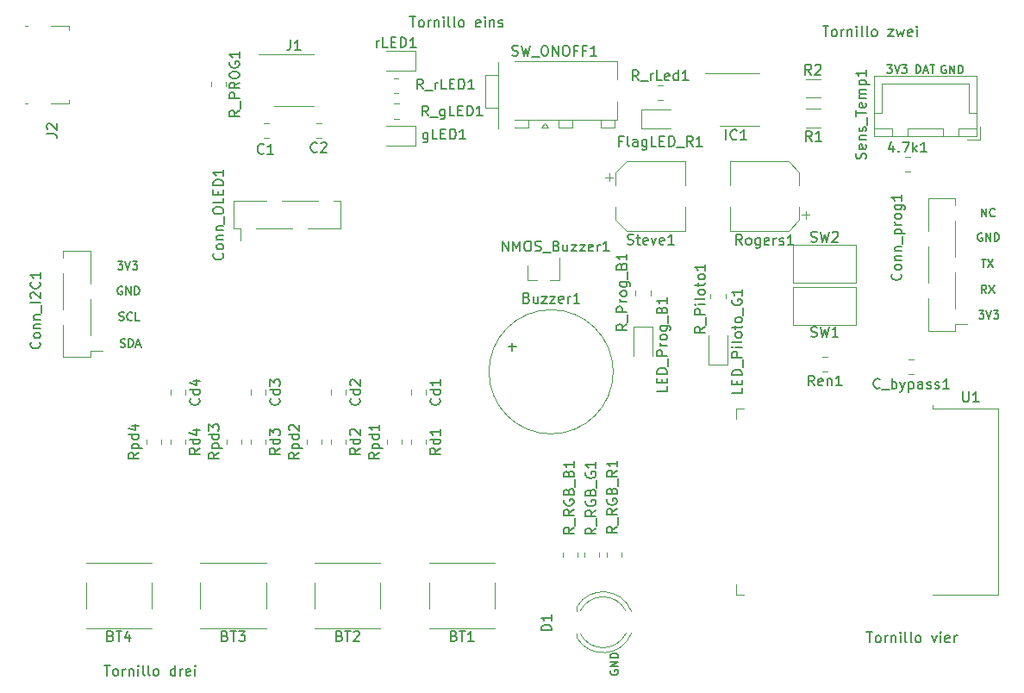
<source format=gbr>
%TF.GenerationSoftware,KiCad,Pcbnew,(5.1.10-1-10_14)*%
%TF.CreationDate,2022-01-13T07:57:04-05:00*%
%TF.ProjectId,PCB_Design,5043425f-4465-4736-9967-6e2e6b696361,rev?*%
%TF.SameCoordinates,Original*%
%TF.FileFunction,Legend,Top*%
%TF.FilePolarity,Positive*%
%FSLAX46Y46*%
G04 Gerber Fmt 4.6, Leading zero omitted, Abs format (unit mm)*
G04 Created by KiCad (PCBNEW (5.1.10-1-10_14)) date 2022-01-13 07:57:04*
%MOMM*%
%LPD*%
G01*
G04 APERTURE LIST*
%ADD10C,0.150000*%
%ADD11C,0.120000*%
G04 APERTURE END LIST*
D10*
X119488000Y-156502023D02*
X119449904Y-156578214D01*
X119449904Y-156692500D01*
X119488000Y-156806785D01*
X119564190Y-156882976D01*
X119640380Y-156921071D01*
X119792761Y-156959166D01*
X119907047Y-156959166D01*
X120059428Y-156921071D01*
X120135619Y-156882976D01*
X120211809Y-156806785D01*
X120249904Y-156692500D01*
X120249904Y-156616309D01*
X120211809Y-156502023D01*
X120173714Y-156463928D01*
X119907047Y-156463928D01*
X119907047Y-156616309D01*
X120249904Y-156121071D02*
X119449904Y-156121071D01*
X120249904Y-155663928D01*
X119449904Y-155663928D01*
X120249904Y-155282976D02*
X119449904Y-155282976D01*
X119449904Y-155092500D01*
X119488000Y-154978214D01*
X119564190Y-154902023D01*
X119640380Y-154863928D01*
X119792761Y-154825833D01*
X119907047Y-154825833D01*
X120059428Y-154863928D01*
X120135619Y-154902023D01*
X120211809Y-154978214D01*
X120249904Y-155092500D01*
X120249904Y-155282976D01*
X71355071Y-124720309D02*
X71469357Y-124758404D01*
X71659833Y-124758404D01*
X71736023Y-124720309D01*
X71774119Y-124682214D01*
X71812214Y-124606023D01*
X71812214Y-124529833D01*
X71774119Y-124453642D01*
X71736023Y-124415547D01*
X71659833Y-124377452D01*
X71507452Y-124339357D01*
X71431261Y-124301261D01*
X71393166Y-124263166D01*
X71355071Y-124186976D01*
X71355071Y-124110785D01*
X71393166Y-124034595D01*
X71431261Y-123996500D01*
X71507452Y-123958404D01*
X71697928Y-123958404D01*
X71812214Y-123996500D01*
X72155071Y-124758404D02*
X72155071Y-123958404D01*
X72345547Y-123958404D01*
X72459833Y-123996500D01*
X72536023Y-124072690D01*
X72574119Y-124148880D01*
X72612214Y-124301261D01*
X72612214Y-124415547D01*
X72574119Y-124567928D01*
X72536023Y-124644119D01*
X72459833Y-124720309D01*
X72345547Y-124758404D01*
X72155071Y-124758404D01*
X72916976Y-124529833D02*
X73297928Y-124529833D01*
X72840785Y-124758404D02*
X73107452Y-123958404D01*
X73374119Y-124758404D01*
X71247119Y-122116809D02*
X71361404Y-122154904D01*
X71551880Y-122154904D01*
X71628071Y-122116809D01*
X71666166Y-122078714D01*
X71704261Y-122002523D01*
X71704261Y-121926333D01*
X71666166Y-121850142D01*
X71628071Y-121812047D01*
X71551880Y-121773952D01*
X71399500Y-121735857D01*
X71323309Y-121697761D01*
X71285214Y-121659666D01*
X71247119Y-121583476D01*
X71247119Y-121507285D01*
X71285214Y-121431095D01*
X71323309Y-121393000D01*
X71399500Y-121354904D01*
X71589976Y-121354904D01*
X71704261Y-121393000D01*
X72504261Y-122078714D02*
X72466166Y-122116809D01*
X72351880Y-122154904D01*
X72275690Y-122154904D01*
X72161404Y-122116809D01*
X72085214Y-122040619D01*
X72047119Y-121964428D01*
X72009023Y-121812047D01*
X72009023Y-121697761D01*
X72047119Y-121545380D01*
X72085214Y-121469190D01*
X72161404Y-121393000D01*
X72275690Y-121354904D01*
X72351880Y-121354904D01*
X72466166Y-121393000D01*
X72504261Y-121431095D01*
X73228071Y-122154904D02*
X72847119Y-122154904D01*
X72847119Y-121354904D01*
X71082023Y-116338404D02*
X71577261Y-116338404D01*
X71310595Y-116643166D01*
X71424880Y-116643166D01*
X71501071Y-116681261D01*
X71539166Y-116719357D01*
X71577261Y-116795547D01*
X71577261Y-116986023D01*
X71539166Y-117062214D01*
X71501071Y-117100309D01*
X71424880Y-117138404D01*
X71196309Y-117138404D01*
X71120119Y-117100309D01*
X71082023Y-117062214D01*
X71805833Y-116338404D02*
X72072500Y-117138404D01*
X72339166Y-116338404D01*
X72529642Y-116338404D02*
X73024880Y-116338404D01*
X72758214Y-116643166D01*
X72872500Y-116643166D01*
X72948690Y-116681261D01*
X72986785Y-116719357D01*
X73024880Y-116795547D01*
X73024880Y-116986023D01*
X72986785Y-117062214D01*
X72948690Y-117100309D01*
X72872500Y-117138404D01*
X72643928Y-117138404D01*
X72567738Y-117100309D01*
X72529642Y-117062214D01*
X71526476Y-118853000D02*
X71450285Y-118814904D01*
X71336000Y-118814904D01*
X71221714Y-118853000D01*
X71145523Y-118929190D01*
X71107428Y-119005380D01*
X71069333Y-119157761D01*
X71069333Y-119272047D01*
X71107428Y-119424428D01*
X71145523Y-119500619D01*
X71221714Y-119576809D01*
X71336000Y-119614904D01*
X71412190Y-119614904D01*
X71526476Y-119576809D01*
X71564571Y-119538714D01*
X71564571Y-119272047D01*
X71412190Y-119272047D01*
X71907428Y-119614904D02*
X71907428Y-118814904D01*
X72364571Y-119614904D01*
X72364571Y-118814904D01*
X72745523Y-119614904D02*
X72745523Y-118814904D01*
X72936000Y-118814904D01*
X73050285Y-118853000D01*
X73126476Y-118929190D01*
X73164571Y-119005380D01*
X73202666Y-119157761D01*
X73202666Y-119272047D01*
X73164571Y-119424428D01*
X73126476Y-119500619D01*
X73050285Y-119576809D01*
X72936000Y-119614904D01*
X72745523Y-119614904D01*
X149510857Y-97834404D02*
X149510857Y-97034404D01*
X149701333Y-97034404D01*
X149815619Y-97072500D01*
X149891809Y-97148690D01*
X149929904Y-97224880D01*
X149968000Y-97377261D01*
X149968000Y-97491547D01*
X149929904Y-97643928D01*
X149891809Y-97720119D01*
X149815619Y-97796309D01*
X149701333Y-97834404D01*
X149510857Y-97834404D01*
X150272761Y-97605833D02*
X150653714Y-97605833D01*
X150196571Y-97834404D02*
X150463238Y-97034404D01*
X150729904Y-97834404D01*
X150882285Y-97034404D02*
X151339428Y-97034404D01*
X151110857Y-97834404D02*
X151110857Y-97034404D01*
X152425476Y-97136000D02*
X152349285Y-97097904D01*
X152235000Y-97097904D01*
X152120714Y-97136000D01*
X152044523Y-97212190D01*
X152006428Y-97288380D01*
X151968333Y-97440761D01*
X151968333Y-97555047D01*
X152006428Y-97707428D01*
X152044523Y-97783619D01*
X152120714Y-97859809D01*
X152235000Y-97897904D01*
X152311190Y-97897904D01*
X152425476Y-97859809D01*
X152463571Y-97821714D01*
X152463571Y-97555047D01*
X152311190Y-97555047D01*
X152806428Y-97897904D02*
X152806428Y-97097904D01*
X153263571Y-97897904D01*
X153263571Y-97097904D01*
X153644523Y-97897904D02*
X153644523Y-97097904D01*
X153835000Y-97097904D01*
X153949285Y-97136000D01*
X154025476Y-97212190D01*
X154063571Y-97288380D01*
X154101666Y-97440761D01*
X154101666Y-97555047D01*
X154063571Y-97707428D01*
X154025476Y-97783619D01*
X153949285Y-97859809D01*
X153835000Y-97897904D01*
X153644523Y-97897904D01*
X146647023Y-97034404D02*
X147142261Y-97034404D01*
X146875595Y-97339166D01*
X146989880Y-97339166D01*
X147066071Y-97377261D01*
X147104166Y-97415357D01*
X147142261Y-97491547D01*
X147142261Y-97682023D01*
X147104166Y-97758214D01*
X147066071Y-97796309D01*
X146989880Y-97834404D01*
X146761309Y-97834404D01*
X146685119Y-97796309D01*
X146647023Y-97758214D01*
X147370833Y-97034404D02*
X147637500Y-97834404D01*
X147904166Y-97034404D01*
X148094642Y-97034404D02*
X148589880Y-97034404D01*
X148323214Y-97339166D01*
X148437500Y-97339166D01*
X148513690Y-97377261D01*
X148551785Y-97415357D01*
X148589880Y-97491547D01*
X148589880Y-97682023D01*
X148551785Y-97758214D01*
X148513690Y-97796309D01*
X148437500Y-97834404D01*
X148208928Y-97834404D01*
X148132738Y-97796309D01*
X148094642Y-97758214D01*
X155664023Y-121164404D02*
X156159261Y-121164404D01*
X155892595Y-121469166D01*
X156006880Y-121469166D01*
X156083071Y-121507261D01*
X156121166Y-121545357D01*
X156159261Y-121621547D01*
X156159261Y-121812023D01*
X156121166Y-121888214D01*
X156083071Y-121926309D01*
X156006880Y-121964404D01*
X155778309Y-121964404D01*
X155702119Y-121926309D01*
X155664023Y-121888214D01*
X156387833Y-121164404D02*
X156654500Y-121964404D01*
X156921166Y-121164404D01*
X157111642Y-121164404D02*
X157606880Y-121164404D01*
X157340214Y-121469166D01*
X157454500Y-121469166D01*
X157530690Y-121507261D01*
X157568785Y-121545357D01*
X157606880Y-121621547D01*
X157606880Y-121812023D01*
X157568785Y-121888214D01*
X157530690Y-121926309D01*
X157454500Y-121964404D01*
X157225928Y-121964404D01*
X157149738Y-121926309D01*
X157111642Y-121888214D01*
X156394166Y-119487904D02*
X156127500Y-119106952D01*
X155937023Y-119487904D02*
X155937023Y-118687904D01*
X156241785Y-118687904D01*
X156317976Y-118726000D01*
X156356071Y-118764095D01*
X156394166Y-118840285D01*
X156394166Y-118954571D01*
X156356071Y-119030761D01*
X156317976Y-119068857D01*
X156241785Y-119106952D01*
X155937023Y-119106952D01*
X156660833Y-118687904D02*
X157194166Y-119487904D01*
X157194166Y-118687904D02*
X156660833Y-119487904D01*
X155962428Y-111931404D02*
X155962428Y-111131404D01*
X156419571Y-111931404D01*
X156419571Y-111131404D01*
X157257666Y-111855214D02*
X157219571Y-111893309D01*
X157105285Y-111931404D01*
X157029095Y-111931404D01*
X156914809Y-111893309D01*
X156838619Y-111817119D01*
X156800523Y-111740928D01*
X156762428Y-111588547D01*
X156762428Y-111474261D01*
X156800523Y-111321880D01*
X156838619Y-111245690D01*
X156914809Y-111169500D01*
X157029095Y-111131404D01*
X157105285Y-111131404D01*
X157219571Y-111169500D01*
X157257666Y-111207595D01*
X155917976Y-116147904D02*
X156375119Y-116147904D01*
X156146547Y-116947904D02*
X156146547Y-116147904D01*
X156565595Y-116147904D02*
X157098928Y-116947904D01*
X157098928Y-116147904D02*
X156565595Y-116947904D01*
X155981476Y-113582500D02*
X155905285Y-113544404D01*
X155791000Y-113544404D01*
X155676714Y-113582500D01*
X155600523Y-113658690D01*
X155562428Y-113734880D01*
X155524333Y-113887261D01*
X155524333Y-114001547D01*
X155562428Y-114153928D01*
X155600523Y-114230119D01*
X155676714Y-114306309D01*
X155791000Y-114344404D01*
X155867190Y-114344404D01*
X155981476Y-114306309D01*
X156019571Y-114268214D01*
X156019571Y-114001547D01*
X155867190Y-114001547D01*
X156362428Y-114344404D02*
X156362428Y-113544404D01*
X156819571Y-114344404D01*
X156819571Y-113544404D01*
X157200523Y-114344404D02*
X157200523Y-113544404D01*
X157391000Y-113544404D01*
X157505285Y-113582500D01*
X157581476Y-113658690D01*
X157619571Y-113734880D01*
X157657666Y-113887261D01*
X157657666Y-114001547D01*
X157619571Y-114153928D01*
X157581476Y-114230119D01*
X157505285Y-114306309D01*
X157391000Y-114344404D01*
X157200523Y-114344404D01*
D11*
%TO.C,R2*%
X138655436Y-98454800D02*
X140109564Y-98454800D01*
X138655436Y-100274800D02*
X140109564Y-100274800D01*
%TO.C,R1*%
X140147664Y-103183100D02*
X138693536Y-103183100D01*
X140147664Y-101363100D02*
X138693536Y-101363100D01*
%TO.C,SW_ONOFF1*%
X112730000Y-103192264D02*
X113030000Y-102768000D01*
X113330000Y-103192264D02*
X112730000Y-103192264D01*
X113030000Y-102768000D02*
X113330000Y-103192264D01*
X119920000Y-103228000D02*
X119920000Y-102468000D01*
X118560000Y-103228000D02*
X119920000Y-103228000D01*
X118560000Y-102468000D02*
X118560000Y-103228000D01*
X115780000Y-103228000D02*
X115780000Y-102468000D01*
X114420000Y-103228000D02*
X115780000Y-103228000D01*
X114420000Y-102468000D02*
X114420000Y-103228000D01*
X111435000Y-103228000D02*
X111435000Y-102468000D01*
X110075000Y-103228000D02*
X111435000Y-103228000D01*
X108487500Y-102531500D02*
X108487500Y-103291500D01*
X107187500Y-98021500D02*
X108487500Y-98021500D01*
X107187500Y-101241500D02*
X107187500Y-98021500D01*
X108487500Y-101241500D02*
X107187500Y-101241500D01*
X120125000Y-96668000D02*
X120125000Y-98464698D01*
X110075000Y-96668000D02*
X120125000Y-96668000D01*
X108487500Y-99631500D02*
X108487500Y-96731500D01*
X120125000Y-102468000D02*
X120125000Y-100671302D01*
X110075000Y-102468000D02*
X120125000Y-102468000D01*
X108487500Y-99631500D02*
X108487500Y-102531500D01*
%TO.C,R_rLED1*%
X98655364Y-98350400D02*
X98201236Y-98350400D01*
X98655364Y-99820400D02*
X98201236Y-99820400D01*
%TO.C,J2*%
X61979500Y-93243400D02*
X62239500Y-93243400D01*
X64519500Y-93243400D02*
X66289500Y-93243400D01*
X66289500Y-93243400D02*
X66289500Y-93623400D01*
X66289500Y-100863400D02*
X64519500Y-100863400D01*
X62239500Y-100863400D02*
X61979500Y-100863400D01*
X66289500Y-100863400D02*
X66289500Y-100483400D01*
%TO.C,SW2*%
X137452800Y-114736000D02*
X143572800Y-114736000D01*
X143572800Y-114736000D02*
X143572800Y-118436000D01*
X143572800Y-118436000D02*
X137452800Y-118436000D01*
X137452800Y-118436000D02*
X137452800Y-114736000D01*
%TO.C,SW1*%
X143572800Y-122550800D02*
X137452800Y-122550800D01*
X137452800Y-122550800D02*
X137452800Y-118850800D01*
X137452800Y-118850800D02*
X143572800Y-118850800D01*
X143572800Y-118850800D02*
X143572800Y-122550800D01*
%TO.C,C_bypass1*%
X149299652Y-127455600D02*
X148777148Y-127455600D01*
X149299652Y-125985600D02*
X148777148Y-125985600D01*
%TO.C,Conn_OLED1*%
X83123500Y-114300000D02*
X83123500Y-113090000D01*
X89723500Y-113090000D02*
X92933500Y-113090000D01*
X84643500Y-113090000D02*
X88203500Y-113090000D01*
X82453500Y-113090000D02*
X83123500Y-113090000D01*
X92933500Y-113090000D02*
X92933500Y-110430000D01*
X92263500Y-110430000D02*
X92933500Y-110430000D01*
X87183500Y-110430000D02*
X90743500Y-110430000D01*
X82453500Y-110430000D02*
X85663500Y-110430000D01*
X82453500Y-113090000D02*
X82453500Y-110430000D01*
%TO.C,Conn_prog1*%
X154559000Y-122489500D02*
X153349000Y-122489500D01*
X153349000Y-110809500D02*
X153349000Y-110139500D01*
X153349000Y-115889500D02*
X153349000Y-112329500D01*
X153349000Y-120969500D02*
X153349000Y-117409500D01*
X153349000Y-123159500D02*
X153349000Y-122489500D01*
X153349000Y-110139500D02*
X150689000Y-110139500D01*
X150689000Y-113349500D02*
X150689000Y-110139500D01*
X150689000Y-118429500D02*
X150689000Y-114869500D01*
X150689000Y-123159500D02*
X150689000Y-119949500D01*
X153349000Y-123159500D02*
X150689000Y-123159500D01*
%TO.C,BT4*%
X74413500Y-145931500D02*
X67953500Y-145931500D01*
X74413500Y-150461500D02*
X74413500Y-147861500D01*
X74413500Y-152391500D02*
X67953500Y-152391500D01*
X67953500Y-150461500D02*
X67953500Y-147861500D01*
X74413500Y-152361500D02*
X74413500Y-152391500D01*
X74413500Y-145931500D02*
X74413500Y-145961500D01*
X67953500Y-145931500D02*
X67953500Y-145961500D01*
X67953500Y-152391500D02*
X67953500Y-152361500D01*
%TO.C,BT3*%
X85653000Y-145931500D02*
X79193000Y-145931500D01*
X85653000Y-150461500D02*
X85653000Y-147861500D01*
X85653000Y-152391500D02*
X79193000Y-152391500D01*
X79193000Y-150461500D02*
X79193000Y-147861500D01*
X85653000Y-152361500D02*
X85653000Y-152391500D01*
X85653000Y-145931500D02*
X85653000Y-145961500D01*
X79193000Y-145931500D02*
X79193000Y-145961500D01*
X79193000Y-152391500D02*
X79193000Y-152361500D01*
%TO.C,BT2*%
X96892500Y-145931500D02*
X90432500Y-145931500D01*
X96892500Y-150461500D02*
X96892500Y-147861500D01*
X96892500Y-152391500D02*
X90432500Y-152391500D01*
X90432500Y-150461500D02*
X90432500Y-147861500D01*
X96892500Y-152361500D02*
X96892500Y-152391500D01*
X96892500Y-145931500D02*
X96892500Y-145961500D01*
X90432500Y-145931500D02*
X90432500Y-145961500D01*
X90432500Y-152391500D02*
X90432500Y-152361500D01*
%TO.C,BT1*%
X108132500Y-145931500D02*
X101672500Y-145931500D01*
X108132500Y-150461500D02*
X108132500Y-147861500D01*
X108132500Y-152391500D02*
X101672500Y-152391500D01*
X101672500Y-150461500D02*
X101672500Y-147861500D01*
X108132500Y-152361500D02*
X108132500Y-152391500D01*
X108132500Y-145931500D02*
X108132500Y-145961500D01*
X101672500Y-145931500D02*
X101672500Y-145961500D01*
X101672500Y-152391500D02*
X101672500Y-152361500D01*
%TO.C,Cd4*%
X76290500Y-128939748D02*
X76290500Y-129462252D01*
X77760500Y-128939748D02*
X77760500Y-129462252D01*
%TO.C,Cd3*%
X84164500Y-128939748D02*
X84164500Y-129462252D01*
X85634500Y-128939748D02*
X85634500Y-129462252D01*
%TO.C,Cd2*%
X92038500Y-128939748D02*
X92038500Y-129462252D01*
X93508500Y-128939748D02*
X93508500Y-129462252D01*
%TO.C,Cd1*%
X99912500Y-128939748D02*
X99912500Y-129462252D01*
X101382500Y-128939748D02*
X101382500Y-129462252D01*
%TO.C,C2*%
X91087752Y-102770000D02*
X90565248Y-102770000D01*
X91087752Y-104240000D02*
X90565248Y-104240000D01*
%TO.C,C1*%
X85442248Y-104240000D02*
X85964752Y-104240000D01*
X85442248Y-102770000D02*
X85964752Y-102770000D01*
%TO.C,4.7k1*%
X148442436Y-106072000D02*
X148896564Y-106072000D01*
X148442436Y-107542000D02*
X148896564Y-107542000D01*
%TO.C,Buzzer1*%
X119755000Y-127190500D02*
G75*
G03*
X119755000Y-127190500I-6100000J0D01*
G01*
%TO.C,D1*%
X116197700Y-152870400D02*
X116197700Y-153335400D01*
X116197700Y-150245400D02*
X116197700Y-150710400D01*
X121545515Y-150709573D02*
G75*
G03*
X116197700Y-150245570I-2787815J-1080827D01*
G01*
X121545515Y-152871227D02*
G75*
G02*
X116197700Y-153335230I-2787815J1080827D01*
G01*
X121012179Y-150709971D02*
G75*
G03*
X116503016Y-150710400I-2254479J-1080429D01*
G01*
X121012179Y-152870829D02*
G75*
G02*
X116503016Y-152870400I-2254479J1080429D01*
G01*
%TO.C,FlagLED_R1*%
X122527500Y-103322000D02*
X125387500Y-103322000D01*
X122527500Y-101402000D02*
X122527500Y-103322000D01*
X125387500Y-101402000D02*
X122527500Y-101402000D01*
%TO.C,gLED1*%
X97441400Y-104973000D02*
X100301400Y-104973000D01*
X100301400Y-104973000D02*
X100301400Y-103053000D01*
X100301400Y-103053000D02*
X97441400Y-103053000D01*
%TO.C,IC1*%
X132207000Y-103017000D02*
X134157000Y-103017000D01*
X132207000Y-103017000D02*
X130257000Y-103017000D01*
X132207000Y-97897000D02*
X134157000Y-97897000D01*
X132207000Y-97897000D02*
X128757000Y-97897000D01*
%TO.C,J1*%
X88392000Y-95992000D02*
X84942000Y-95992000D01*
X88392000Y-95992000D02*
X90342000Y-95992000D01*
X88392000Y-101112000D02*
X86442000Y-101112000D01*
X88392000Y-101112000D02*
X90342000Y-101112000D01*
%TO.C,LED_Piloto_G1*%
X129088000Y-123641500D02*
X129088000Y-126501500D01*
X129088000Y-126501500D02*
X131008000Y-126501500D01*
X131008000Y-126501500D02*
X131008000Y-123641500D01*
%TO.C,LED_Prog_B1*%
X121722000Y-122781500D02*
X121722000Y-125641500D01*
X123642000Y-122781500D02*
X121722000Y-122781500D01*
X123642000Y-125641500D02*
X123642000Y-122781500D01*
%TO.C,NMOS_Buzzer1*%
X111323000Y-118171500D02*
X111323000Y-116711500D01*
X114483000Y-118171500D02*
X114483000Y-116011500D01*
X114483000Y-118171500D02*
X113553000Y-118171500D01*
X111323000Y-118171500D02*
X112253000Y-118171500D01*
%TO.C,R_gLED1*%
X98239336Y-102335000D02*
X98693464Y-102335000D01*
X98239336Y-100865000D02*
X98693464Y-100865000D01*
%TO.C,R_Piloto1*%
X130783000Y-119533936D02*
X130783000Y-119988064D01*
X129313000Y-119533936D02*
X129313000Y-119988064D01*
%TO.C,R_PROG1*%
X81697500Y-98721936D02*
X81697500Y-99176064D01*
X80227500Y-98721936D02*
X80227500Y-99176064D01*
%TO.C,R_Prog_B1*%
X123417000Y-119232436D02*
X123417000Y-119686564D01*
X121947000Y-119232436D02*
X121947000Y-119686564D01*
%TO.C,R_RGB_B1*%
X114771500Y-145372064D02*
X114771500Y-144917936D01*
X116241500Y-145372064D02*
X116241500Y-144917936D01*
%TO.C,R_RGB_G1*%
X118400500Y-145372064D02*
X118400500Y-144917936D01*
X116930500Y-145372064D02*
X116930500Y-144917936D01*
%TO.C,R_RGB_R1*%
X119089500Y-145372064D02*
X119089500Y-144917936D01*
X120559500Y-145372064D02*
X120559500Y-144917936D01*
%TO.C,R_rLed1*%
X124153436Y-99023500D02*
X124607564Y-99023500D01*
X124153436Y-100493500D02*
X124607564Y-100493500D01*
%TO.C,Rd1*%
X99912500Y-133837436D02*
X99912500Y-134291564D01*
X101382500Y-133837436D02*
X101382500Y-134291564D01*
%TO.C,Rd2*%
X92038500Y-133837436D02*
X92038500Y-134291564D01*
X93508500Y-133837436D02*
X93508500Y-134291564D01*
%TO.C,Rd3*%
X84164500Y-133837436D02*
X84164500Y-134291564D01*
X85634500Y-133837436D02*
X85634500Y-134291564D01*
%TO.C,Rd4*%
X77760500Y-133837436D02*
X77760500Y-134291564D01*
X76290500Y-133837436D02*
X76290500Y-134291564D01*
%TO.C,Ren1*%
X140774664Y-127176200D02*
X140320536Y-127176200D01*
X140774664Y-125706200D02*
X140320536Y-125706200D01*
%TO.C,rLED1*%
X100301400Y-95687000D02*
X97441400Y-95687000D01*
X100301400Y-97607000D02*
X100301400Y-95687000D01*
X97441400Y-97607000D02*
X100301400Y-97607000D01*
%TO.C,Rogers1*%
X131216000Y-106508500D02*
X131216000Y-108858500D01*
X131216000Y-113328500D02*
X131216000Y-110978500D01*
X136971563Y-113328500D02*
X131216000Y-113328500D01*
X136971563Y-106508500D02*
X131216000Y-106508500D01*
X138036000Y-107572937D02*
X138036000Y-108858500D01*
X138036000Y-112264063D02*
X138036000Y-110978500D01*
X138036000Y-112264063D02*
X136971563Y-113328500D01*
X138036000Y-107572937D02*
X136971563Y-106508500D01*
X139063500Y-111766000D02*
X138276000Y-111766000D01*
X138669750Y-112159750D02*
X138669750Y-111372250D01*
%TO.C,Rpd1*%
X97499500Y-134291564D02*
X97499500Y-133837436D01*
X98969500Y-134291564D02*
X98969500Y-133837436D01*
%TO.C,Rpd2*%
X91095500Y-134291564D02*
X91095500Y-133837436D01*
X89625500Y-134291564D02*
X89625500Y-133837436D01*
%TO.C,Rpd3*%
X83221500Y-134291564D02*
X83221500Y-133837436D01*
X81751500Y-134291564D02*
X81751500Y-133837436D01*
%TO.C,Rpd4*%
X75347500Y-134291564D02*
X75347500Y-133837436D01*
X73877500Y-134291564D02*
X73877500Y-133837436D01*
%TO.C,Sens_Temp1*%
X155758000Y-104350000D02*
X155758000Y-103100000D01*
X154508000Y-104350000D02*
X155758000Y-104350000D01*
X146108000Y-98850000D02*
X150408000Y-98850000D01*
X146108000Y-101800000D02*
X146108000Y-98850000D01*
X145358000Y-101800000D02*
X146108000Y-101800000D01*
X154708000Y-98850000D02*
X150408000Y-98850000D01*
X154708000Y-101800000D02*
X154708000Y-98850000D01*
X155458000Y-101800000D02*
X154708000Y-101800000D01*
X145358000Y-104050000D02*
X147158000Y-104050000D01*
X145358000Y-103300000D02*
X145358000Y-104050000D01*
X147158000Y-103300000D02*
X145358000Y-103300000D01*
X147158000Y-104050000D02*
X147158000Y-103300000D01*
X153658000Y-104050000D02*
X155458000Y-104050000D01*
X153658000Y-103300000D02*
X153658000Y-104050000D01*
X155458000Y-103300000D02*
X153658000Y-103300000D01*
X155458000Y-104050000D02*
X155458000Y-103300000D01*
X148658000Y-104050000D02*
X152158000Y-104050000D01*
X148658000Y-103300000D02*
X148658000Y-104050000D01*
X152158000Y-103300000D02*
X148658000Y-103300000D01*
X152158000Y-104050000D02*
X152158000Y-103300000D01*
X145348000Y-104060000D02*
X155468000Y-104060000D01*
X145348000Y-98090000D02*
X145348000Y-104060000D01*
X155468000Y-98090000D02*
X145348000Y-98090000D01*
X155468000Y-104060000D02*
X155468000Y-98090000D01*
%TO.C,Steve1*%
X119342750Y-107677250D02*
X119342750Y-108464750D01*
X118949000Y-108071000D02*
X119736500Y-108071000D01*
X119976500Y-112264063D02*
X121040937Y-113328500D01*
X119976500Y-107572937D02*
X121040937Y-106508500D01*
X119976500Y-107572937D02*
X119976500Y-108858500D01*
X119976500Y-112264063D02*
X119976500Y-110978500D01*
X121040937Y-113328500D02*
X126796500Y-113328500D01*
X121040937Y-106508500D02*
X126796500Y-106508500D01*
X126796500Y-106508500D02*
X126796500Y-108858500D01*
X126796500Y-113328500D02*
X126796500Y-110978500D01*
%TO.C,U1*%
X151113500Y-130834000D02*
X151113500Y-130454000D01*
X157533500Y-130834000D02*
X151113500Y-130834000D01*
X157533500Y-149074000D02*
X151113500Y-149074000D01*
X157533500Y-130834000D02*
X157533500Y-149074000D01*
X131788500Y-149074000D02*
X131788500Y-148074000D01*
X132568500Y-149074000D02*
X131788500Y-149074000D01*
X131788500Y-130834000D02*
X131788500Y-131834000D01*
X132568500Y-130834000D02*
X131788500Y-130834000D01*
%TO.C,Conn_I2C1*%
X69596000Y-125093000D02*
X68386000Y-125093000D01*
X68386000Y-118493000D02*
X68386000Y-115283000D01*
X68386000Y-123573000D02*
X68386000Y-120013000D01*
X68386000Y-125763000D02*
X68386000Y-125093000D01*
X68386000Y-115283000D02*
X65726000Y-115283000D01*
X65726000Y-115953000D02*
X65726000Y-115283000D01*
X65726000Y-121033000D02*
X65726000Y-117473000D01*
X65726000Y-125763000D02*
X65726000Y-122553000D01*
X68386000Y-125763000D02*
X65726000Y-125763000D01*
%TO.C,R2*%
D10*
X139215833Y-97997180D02*
X138882500Y-97520990D01*
X138644404Y-97997180D02*
X138644404Y-96997180D01*
X139025357Y-96997180D01*
X139120595Y-97044800D01*
X139168214Y-97092419D01*
X139215833Y-97187657D01*
X139215833Y-97330514D01*
X139168214Y-97425752D01*
X139120595Y-97473371D01*
X139025357Y-97520990D01*
X138644404Y-97520990D01*
X139596785Y-97092419D02*
X139644404Y-97044800D01*
X139739642Y-96997180D01*
X139977738Y-96997180D01*
X140072976Y-97044800D01*
X140120595Y-97092419D01*
X140168214Y-97187657D01*
X140168214Y-97282895D01*
X140120595Y-97425752D01*
X139549166Y-97997180D01*
X140168214Y-97997180D01*
%TO.C,R1*%
X139253933Y-104545480D02*
X138920600Y-104069290D01*
X138682504Y-104545480D02*
X138682504Y-103545480D01*
X139063457Y-103545480D01*
X139158695Y-103593100D01*
X139206314Y-103640719D01*
X139253933Y-103735957D01*
X139253933Y-103878814D01*
X139206314Y-103974052D01*
X139158695Y-104021671D01*
X139063457Y-104069290D01*
X138682504Y-104069290D01*
X140206314Y-104545480D02*
X139634885Y-104545480D01*
X139920600Y-104545480D02*
X139920600Y-103545480D01*
X139825361Y-103688338D01*
X139730123Y-103783576D01*
X139634885Y-103831195D01*
%TO.C,SW_ONOFF1*%
X109839642Y-96099261D02*
X109982500Y-96146880D01*
X110220595Y-96146880D01*
X110315833Y-96099261D01*
X110363452Y-96051642D01*
X110411071Y-95956404D01*
X110411071Y-95861166D01*
X110363452Y-95765928D01*
X110315833Y-95718309D01*
X110220595Y-95670690D01*
X110030119Y-95623071D01*
X109934880Y-95575452D01*
X109887261Y-95527833D01*
X109839642Y-95432595D01*
X109839642Y-95337357D01*
X109887261Y-95242119D01*
X109934880Y-95194500D01*
X110030119Y-95146880D01*
X110268214Y-95146880D01*
X110411071Y-95194500D01*
X110744404Y-95146880D02*
X110982500Y-96146880D01*
X111172976Y-95432595D01*
X111363452Y-96146880D01*
X111601547Y-95146880D01*
X111744404Y-96242119D02*
X112506309Y-96242119D01*
X112934880Y-95146880D02*
X113125357Y-95146880D01*
X113220595Y-95194500D01*
X113315833Y-95289738D01*
X113363452Y-95480214D01*
X113363452Y-95813547D01*
X113315833Y-96004023D01*
X113220595Y-96099261D01*
X113125357Y-96146880D01*
X112934880Y-96146880D01*
X112839642Y-96099261D01*
X112744404Y-96004023D01*
X112696785Y-95813547D01*
X112696785Y-95480214D01*
X112744404Y-95289738D01*
X112839642Y-95194500D01*
X112934880Y-95146880D01*
X113792023Y-96146880D02*
X113792023Y-95146880D01*
X114363452Y-96146880D01*
X114363452Y-95146880D01*
X115030119Y-95146880D02*
X115220595Y-95146880D01*
X115315833Y-95194500D01*
X115411071Y-95289738D01*
X115458690Y-95480214D01*
X115458690Y-95813547D01*
X115411071Y-96004023D01*
X115315833Y-96099261D01*
X115220595Y-96146880D01*
X115030119Y-96146880D01*
X114934880Y-96099261D01*
X114839642Y-96004023D01*
X114792023Y-95813547D01*
X114792023Y-95480214D01*
X114839642Y-95289738D01*
X114934880Y-95194500D01*
X115030119Y-95146880D01*
X116220595Y-95623071D02*
X115887261Y-95623071D01*
X115887261Y-96146880D02*
X115887261Y-95146880D01*
X116363452Y-95146880D01*
X117077738Y-95623071D02*
X116744404Y-95623071D01*
X116744404Y-96146880D02*
X116744404Y-95146880D01*
X117220595Y-95146880D01*
X118125357Y-96146880D02*
X117553928Y-96146880D01*
X117839642Y-96146880D02*
X117839642Y-95146880D01*
X117744404Y-95289738D01*
X117649166Y-95384976D01*
X117553928Y-95432595D01*
%TO.C,R_rLED1*%
X101062114Y-99423480D02*
X100728780Y-98947290D01*
X100490685Y-99423480D02*
X100490685Y-98423480D01*
X100871638Y-98423480D01*
X100966876Y-98471100D01*
X101014495Y-98518719D01*
X101062114Y-98613957D01*
X101062114Y-98756814D01*
X101014495Y-98852052D01*
X100966876Y-98899671D01*
X100871638Y-98947290D01*
X100490685Y-98947290D01*
X101252590Y-99518719D02*
X102014495Y-99518719D01*
X102252590Y-99423480D02*
X102252590Y-98756814D01*
X102252590Y-98947290D02*
X102300209Y-98852052D01*
X102347828Y-98804433D01*
X102443066Y-98756814D01*
X102538304Y-98756814D01*
X103347828Y-99423480D02*
X102871638Y-99423480D01*
X102871638Y-98423480D01*
X103681161Y-98899671D02*
X104014495Y-98899671D01*
X104157352Y-99423480D02*
X103681161Y-99423480D01*
X103681161Y-98423480D01*
X104157352Y-98423480D01*
X104585923Y-99423480D02*
X104585923Y-98423480D01*
X104824019Y-98423480D01*
X104966876Y-98471100D01*
X105062114Y-98566338D01*
X105109733Y-98661576D01*
X105157352Y-98852052D01*
X105157352Y-98994909D01*
X105109733Y-99185385D01*
X105062114Y-99280623D01*
X104966876Y-99375861D01*
X104824019Y-99423480D01*
X104585923Y-99423480D01*
X106109733Y-99423480D02*
X105538304Y-99423480D01*
X105824019Y-99423480D02*
X105824019Y-98423480D01*
X105728780Y-98566338D01*
X105633542Y-98661576D01*
X105538304Y-98709195D01*
%TO.C,J2*%
X64095380Y-103800233D02*
X64809666Y-103800233D01*
X64952523Y-103847852D01*
X65047761Y-103943090D01*
X65095380Y-104085947D01*
X65095380Y-104181185D01*
X64190619Y-103371661D02*
X64143000Y-103324042D01*
X64095380Y-103228804D01*
X64095380Y-102990709D01*
X64143000Y-102895471D01*
X64190619Y-102847852D01*
X64285857Y-102800233D01*
X64381095Y-102800233D01*
X64523952Y-102847852D01*
X65095380Y-103419280D01*
X65095380Y-102800233D01*
%TO.C,SW2*%
X139179466Y-114390761D02*
X139322323Y-114438380D01*
X139560419Y-114438380D01*
X139655657Y-114390761D01*
X139703276Y-114343142D01*
X139750895Y-114247904D01*
X139750895Y-114152666D01*
X139703276Y-114057428D01*
X139655657Y-114009809D01*
X139560419Y-113962190D01*
X139369942Y-113914571D01*
X139274704Y-113866952D01*
X139227085Y-113819333D01*
X139179466Y-113724095D01*
X139179466Y-113628857D01*
X139227085Y-113533619D01*
X139274704Y-113486000D01*
X139369942Y-113438380D01*
X139608038Y-113438380D01*
X139750895Y-113486000D01*
X140084228Y-113438380D02*
X140322323Y-114438380D01*
X140512800Y-113724095D01*
X140703276Y-114438380D01*
X140941371Y-113438380D01*
X141274704Y-113533619D02*
X141322323Y-113486000D01*
X141417561Y-113438380D01*
X141655657Y-113438380D01*
X141750895Y-113486000D01*
X141798514Y-113533619D01*
X141846133Y-113628857D01*
X141846133Y-113724095D01*
X141798514Y-113866952D01*
X141227085Y-114438380D01*
X141846133Y-114438380D01*
%TO.C,SW1*%
X139179466Y-123705561D02*
X139322323Y-123753180D01*
X139560419Y-123753180D01*
X139655657Y-123705561D01*
X139703276Y-123657942D01*
X139750895Y-123562704D01*
X139750895Y-123467466D01*
X139703276Y-123372228D01*
X139655657Y-123324609D01*
X139560419Y-123276990D01*
X139369942Y-123229371D01*
X139274704Y-123181752D01*
X139227085Y-123134133D01*
X139179466Y-123038895D01*
X139179466Y-122943657D01*
X139227085Y-122848419D01*
X139274704Y-122800800D01*
X139369942Y-122753180D01*
X139608038Y-122753180D01*
X139750895Y-122800800D01*
X140084228Y-122753180D02*
X140322323Y-123753180D01*
X140512800Y-123038895D01*
X140703276Y-123753180D01*
X140941371Y-122753180D01*
X141846133Y-123753180D02*
X141274704Y-123753180D01*
X141560419Y-123753180D02*
X141560419Y-122753180D01*
X141465180Y-122896038D01*
X141369942Y-122991276D01*
X141274704Y-123038895D01*
%TO.C,C_bypass1*%
X145943161Y-128757742D02*
X145895542Y-128805361D01*
X145752685Y-128852980D01*
X145657447Y-128852980D01*
X145514590Y-128805361D01*
X145419352Y-128710123D01*
X145371733Y-128614885D01*
X145324114Y-128424409D01*
X145324114Y-128281552D01*
X145371733Y-128091076D01*
X145419352Y-127995838D01*
X145514590Y-127900600D01*
X145657447Y-127852980D01*
X145752685Y-127852980D01*
X145895542Y-127900600D01*
X145943161Y-127948219D01*
X146133638Y-128948219D02*
X146895542Y-128948219D01*
X147133638Y-128852980D02*
X147133638Y-127852980D01*
X147133638Y-128233933D02*
X147228876Y-128186314D01*
X147419352Y-128186314D01*
X147514590Y-128233933D01*
X147562209Y-128281552D01*
X147609828Y-128376790D01*
X147609828Y-128662504D01*
X147562209Y-128757742D01*
X147514590Y-128805361D01*
X147419352Y-128852980D01*
X147228876Y-128852980D01*
X147133638Y-128805361D01*
X147943161Y-128186314D02*
X148181257Y-128852980D01*
X148419352Y-128186314D02*
X148181257Y-128852980D01*
X148086019Y-129091076D01*
X148038400Y-129138695D01*
X147943161Y-129186314D01*
X148800304Y-128186314D02*
X148800304Y-129186314D01*
X148800304Y-128233933D02*
X148895542Y-128186314D01*
X149086019Y-128186314D01*
X149181257Y-128233933D01*
X149228876Y-128281552D01*
X149276495Y-128376790D01*
X149276495Y-128662504D01*
X149228876Y-128757742D01*
X149181257Y-128805361D01*
X149086019Y-128852980D01*
X148895542Y-128852980D01*
X148800304Y-128805361D01*
X150133638Y-128852980D02*
X150133638Y-128329171D01*
X150086019Y-128233933D01*
X149990780Y-128186314D01*
X149800304Y-128186314D01*
X149705066Y-128233933D01*
X150133638Y-128805361D02*
X150038400Y-128852980D01*
X149800304Y-128852980D01*
X149705066Y-128805361D01*
X149657447Y-128710123D01*
X149657447Y-128614885D01*
X149705066Y-128519647D01*
X149800304Y-128472028D01*
X150038400Y-128472028D01*
X150133638Y-128424409D01*
X150562209Y-128805361D02*
X150657447Y-128852980D01*
X150847923Y-128852980D01*
X150943161Y-128805361D01*
X150990780Y-128710123D01*
X150990780Y-128662504D01*
X150943161Y-128567266D01*
X150847923Y-128519647D01*
X150705066Y-128519647D01*
X150609828Y-128472028D01*
X150562209Y-128376790D01*
X150562209Y-128329171D01*
X150609828Y-128233933D01*
X150705066Y-128186314D01*
X150847923Y-128186314D01*
X150943161Y-128233933D01*
X151371733Y-128805361D02*
X151466971Y-128852980D01*
X151657447Y-128852980D01*
X151752685Y-128805361D01*
X151800304Y-128710123D01*
X151800304Y-128662504D01*
X151752685Y-128567266D01*
X151657447Y-128519647D01*
X151514590Y-128519647D01*
X151419352Y-128472028D01*
X151371733Y-128376790D01*
X151371733Y-128329171D01*
X151419352Y-128233933D01*
X151514590Y-128186314D01*
X151657447Y-128186314D01*
X151752685Y-128233933D01*
X152752685Y-128852980D02*
X152181257Y-128852980D01*
X152466971Y-128852980D02*
X152466971Y-127852980D01*
X152371733Y-127995838D01*
X152276495Y-128091076D01*
X152181257Y-128138695D01*
%TO.C,Conn_OLED1*%
X81370642Y-115545714D02*
X81418261Y-115593333D01*
X81465880Y-115736190D01*
X81465880Y-115831428D01*
X81418261Y-115974285D01*
X81323023Y-116069523D01*
X81227785Y-116117142D01*
X81037309Y-116164761D01*
X80894452Y-116164761D01*
X80703976Y-116117142D01*
X80608738Y-116069523D01*
X80513500Y-115974285D01*
X80465880Y-115831428D01*
X80465880Y-115736190D01*
X80513500Y-115593333D01*
X80561119Y-115545714D01*
X81465880Y-114974285D02*
X81418261Y-115069523D01*
X81370642Y-115117142D01*
X81275404Y-115164761D01*
X80989690Y-115164761D01*
X80894452Y-115117142D01*
X80846833Y-115069523D01*
X80799214Y-114974285D01*
X80799214Y-114831428D01*
X80846833Y-114736190D01*
X80894452Y-114688571D01*
X80989690Y-114640952D01*
X81275404Y-114640952D01*
X81370642Y-114688571D01*
X81418261Y-114736190D01*
X81465880Y-114831428D01*
X81465880Y-114974285D01*
X80799214Y-114212380D02*
X81465880Y-114212380D01*
X80894452Y-114212380D02*
X80846833Y-114164761D01*
X80799214Y-114069523D01*
X80799214Y-113926666D01*
X80846833Y-113831428D01*
X80942071Y-113783809D01*
X81465880Y-113783809D01*
X80799214Y-113307619D02*
X81465880Y-113307619D01*
X80894452Y-113307619D02*
X80846833Y-113260000D01*
X80799214Y-113164761D01*
X80799214Y-113021904D01*
X80846833Y-112926666D01*
X80942071Y-112879047D01*
X81465880Y-112879047D01*
X81561119Y-112640952D02*
X81561119Y-111879047D01*
X80465880Y-111450476D02*
X80465880Y-111260000D01*
X80513500Y-111164761D01*
X80608738Y-111069523D01*
X80799214Y-111021904D01*
X81132547Y-111021904D01*
X81323023Y-111069523D01*
X81418261Y-111164761D01*
X81465880Y-111260000D01*
X81465880Y-111450476D01*
X81418261Y-111545714D01*
X81323023Y-111640952D01*
X81132547Y-111688571D01*
X80799214Y-111688571D01*
X80608738Y-111640952D01*
X80513500Y-111545714D01*
X80465880Y-111450476D01*
X81465880Y-110117142D02*
X81465880Y-110593333D01*
X80465880Y-110593333D01*
X80942071Y-109783809D02*
X80942071Y-109450476D01*
X81465880Y-109307619D02*
X81465880Y-109783809D01*
X80465880Y-109783809D01*
X80465880Y-109307619D01*
X81465880Y-108879047D02*
X80465880Y-108879047D01*
X80465880Y-108640952D01*
X80513500Y-108498095D01*
X80608738Y-108402857D01*
X80703976Y-108355238D01*
X80894452Y-108307619D01*
X81037309Y-108307619D01*
X81227785Y-108355238D01*
X81323023Y-108402857D01*
X81418261Y-108498095D01*
X81465880Y-108640952D01*
X81465880Y-108879047D01*
X81465880Y-107355238D02*
X81465880Y-107926666D01*
X81465880Y-107640952D02*
X80465880Y-107640952D01*
X80608738Y-107736190D01*
X80703976Y-107831428D01*
X80751595Y-107926666D01*
%TO.C,Tornillo vier*%
X144645619Y-152762380D02*
X145217047Y-152762380D01*
X144931333Y-153762380D02*
X144931333Y-152762380D01*
X145693238Y-153762380D02*
X145598000Y-153714761D01*
X145550380Y-153667142D01*
X145502761Y-153571904D01*
X145502761Y-153286190D01*
X145550380Y-153190952D01*
X145598000Y-153143333D01*
X145693238Y-153095714D01*
X145836095Y-153095714D01*
X145931333Y-153143333D01*
X145978952Y-153190952D01*
X146026571Y-153286190D01*
X146026571Y-153571904D01*
X145978952Y-153667142D01*
X145931333Y-153714761D01*
X145836095Y-153762380D01*
X145693238Y-153762380D01*
X146455142Y-153762380D02*
X146455142Y-153095714D01*
X146455142Y-153286190D02*
X146502761Y-153190952D01*
X146550380Y-153143333D01*
X146645619Y-153095714D01*
X146740857Y-153095714D01*
X147074190Y-153095714D02*
X147074190Y-153762380D01*
X147074190Y-153190952D02*
X147121809Y-153143333D01*
X147217047Y-153095714D01*
X147359904Y-153095714D01*
X147455142Y-153143333D01*
X147502761Y-153238571D01*
X147502761Y-153762380D01*
X147978952Y-153762380D02*
X147978952Y-153095714D01*
X147978952Y-152762380D02*
X147931333Y-152810000D01*
X147978952Y-152857619D01*
X148026571Y-152810000D01*
X147978952Y-152762380D01*
X147978952Y-152857619D01*
X148598000Y-153762380D02*
X148502761Y-153714761D01*
X148455142Y-153619523D01*
X148455142Y-152762380D01*
X149121809Y-153762380D02*
X149026571Y-153714761D01*
X148978952Y-153619523D01*
X148978952Y-152762380D01*
X149645619Y-153762380D02*
X149550380Y-153714761D01*
X149502761Y-153667142D01*
X149455142Y-153571904D01*
X149455142Y-153286190D01*
X149502761Y-153190952D01*
X149550380Y-153143333D01*
X149645619Y-153095714D01*
X149788476Y-153095714D01*
X149883714Y-153143333D01*
X149931333Y-153190952D01*
X149978952Y-153286190D01*
X149978952Y-153571904D01*
X149931333Y-153667142D01*
X149883714Y-153714761D01*
X149788476Y-153762380D01*
X149645619Y-153762380D01*
X151074190Y-153095714D02*
X151312285Y-153762380D01*
X151550380Y-153095714D01*
X151931333Y-153762380D02*
X151931333Y-153095714D01*
X151931333Y-152762380D02*
X151883714Y-152810000D01*
X151931333Y-152857619D01*
X151978952Y-152810000D01*
X151931333Y-152762380D01*
X151931333Y-152857619D01*
X152788476Y-153714761D02*
X152693238Y-153762380D01*
X152502761Y-153762380D01*
X152407523Y-153714761D01*
X152359904Y-153619523D01*
X152359904Y-153238571D01*
X152407523Y-153143333D01*
X152502761Y-153095714D01*
X152693238Y-153095714D01*
X152788476Y-153143333D01*
X152836095Y-153238571D01*
X152836095Y-153333809D01*
X152359904Y-153429047D01*
X153264666Y-153762380D02*
X153264666Y-153095714D01*
X153264666Y-153286190D02*
X153312285Y-153190952D01*
X153359904Y-153143333D01*
X153455142Y-153095714D01*
X153550380Y-153095714D01*
%TO.C,Tornillo drei*%
X69771190Y-156043380D02*
X70342619Y-156043380D01*
X70056904Y-157043380D02*
X70056904Y-156043380D01*
X70818809Y-157043380D02*
X70723571Y-156995761D01*
X70675952Y-156948142D01*
X70628333Y-156852904D01*
X70628333Y-156567190D01*
X70675952Y-156471952D01*
X70723571Y-156424333D01*
X70818809Y-156376714D01*
X70961666Y-156376714D01*
X71056904Y-156424333D01*
X71104523Y-156471952D01*
X71152142Y-156567190D01*
X71152142Y-156852904D01*
X71104523Y-156948142D01*
X71056904Y-156995761D01*
X70961666Y-157043380D01*
X70818809Y-157043380D01*
X71580714Y-157043380D02*
X71580714Y-156376714D01*
X71580714Y-156567190D02*
X71628333Y-156471952D01*
X71675952Y-156424333D01*
X71771190Y-156376714D01*
X71866428Y-156376714D01*
X72199761Y-156376714D02*
X72199761Y-157043380D01*
X72199761Y-156471952D02*
X72247380Y-156424333D01*
X72342619Y-156376714D01*
X72485476Y-156376714D01*
X72580714Y-156424333D01*
X72628333Y-156519571D01*
X72628333Y-157043380D01*
X73104523Y-157043380D02*
X73104523Y-156376714D01*
X73104523Y-156043380D02*
X73056904Y-156091000D01*
X73104523Y-156138619D01*
X73152142Y-156091000D01*
X73104523Y-156043380D01*
X73104523Y-156138619D01*
X73723571Y-157043380D02*
X73628333Y-156995761D01*
X73580714Y-156900523D01*
X73580714Y-156043380D01*
X74247380Y-157043380D02*
X74152142Y-156995761D01*
X74104523Y-156900523D01*
X74104523Y-156043380D01*
X74771190Y-157043380D02*
X74675952Y-156995761D01*
X74628333Y-156948142D01*
X74580714Y-156852904D01*
X74580714Y-156567190D01*
X74628333Y-156471952D01*
X74675952Y-156424333D01*
X74771190Y-156376714D01*
X74914047Y-156376714D01*
X75009285Y-156424333D01*
X75056904Y-156471952D01*
X75104523Y-156567190D01*
X75104523Y-156852904D01*
X75056904Y-156948142D01*
X75009285Y-156995761D01*
X74914047Y-157043380D01*
X74771190Y-157043380D01*
X76723571Y-157043380D02*
X76723571Y-156043380D01*
X76723571Y-156995761D02*
X76628333Y-157043380D01*
X76437857Y-157043380D01*
X76342619Y-156995761D01*
X76295000Y-156948142D01*
X76247380Y-156852904D01*
X76247380Y-156567190D01*
X76295000Y-156471952D01*
X76342619Y-156424333D01*
X76437857Y-156376714D01*
X76628333Y-156376714D01*
X76723571Y-156424333D01*
X77199761Y-157043380D02*
X77199761Y-156376714D01*
X77199761Y-156567190D02*
X77247380Y-156471952D01*
X77295000Y-156424333D01*
X77390238Y-156376714D01*
X77485476Y-156376714D01*
X78199761Y-156995761D02*
X78104523Y-157043380D01*
X77914047Y-157043380D01*
X77818809Y-156995761D01*
X77771190Y-156900523D01*
X77771190Y-156519571D01*
X77818809Y-156424333D01*
X77914047Y-156376714D01*
X78104523Y-156376714D01*
X78199761Y-156424333D01*
X78247380Y-156519571D01*
X78247380Y-156614809D01*
X77771190Y-156710047D01*
X78675952Y-157043380D02*
X78675952Y-156376714D01*
X78675952Y-156043380D02*
X78628333Y-156091000D01*
X78675952Y-156138619D01*
X78723571Y-156091000D01*
X78675952Y-156043380D01*
X78675952Y-156138619D01*
%TO.C,Tornillo zwei*%
X140343523Y-93241880D02*
X140914952Y-93241880D01*
X140629238Y-94241880D02*
X140629238Y-93241880D01*
X141391142Y-94241880D02*
X141295904Y-94194261D01*
X141248285Y-94146642D01*
X141200666Y-94051404D01*
X141200666Y-93765690D01*
X141248285Y-93670452D01*
X141295904Y-93622833D01*
X141391142Y-93575214D01*
X141534000Y-93575214D01*
X141629238Y-93622833D01*
X141676857Y-93670452D01*
X141724476Y-93765690D01*
X141724476Y-94051404D01*
X141676857Y-94146642D01*
X141629238Y-94194261D01*
X141534000Y-94241880D01*
X141391142Y-94241880D01*
X142153047Y-94241880D02*
X142153047Y-93575214D01*
X142153047Y-93765690D02*
X142200666Y-93670452D01*
X142248285Y-93622833D01*
X142343523Y-93575214D01*
X142438761Y-93575214D01*
X142772095Y-93575214D02*
X142772095Y-94241880D01*
X142772095Y-93670452D02*
X142819714Y-93622833D01*
X142914952Y-93575214D01*
X143057809Y-93575214D01*
X143153047Y-93622833D01*
X143200666Y-93718071D01*
X143200666Y-94241880D01*
X143676857Y-94241880D02*
X143676857Y-93575214D01*
X143676857Y-93241880D02*
X143629238Y-93289500D01*
X143676857Y-93337119D01*
X143724476Y-93289500D01*
X143676857Y-93241880D01*
X143676857Y-93337119D01*
X144295904Y-94241880D02*
X144200666Y-94194261D01*
X144153047Y-94099023D01*
X144153047Y-93241880D01*
X144819714Y-94241880D02*
X144724476Y-94194261D01*
X144676857Y-94099023D01*
X144676857Y-93241880D01*
X145343523Y-94241880D02*
X145248285Y-94194261D01*
X145200666Y-94146642D01*
X145153047Y-94051404D01*
X145153047Y-93765690D01*
X145200666Y-93670452D01*
X145248285Y-93622833D01*
X145343523Y-93575214D01*
X145486380Y-93575214D01*
X145581619Y-93622833D01*
X145629238Y-93670452D01*
X145676857Y-93765690D01*
X145676857Y-94051404D01*
X145629238Y-94146642D01*
X145581619Y-94194261D01*
X145486380Y-94241880D01*
X145343523Y-94241880D01*
X146772095Y-93575214D02*
X147295904Y-93575214D01*
X146772095Y-94241880D01*
X147295904Y-94241880D01*
X147581619Y-93575214D02*
X147772095Y-94241880D01*
X147962571Y-93765690D01*
X148153047Y-94241880D01*
X148343523Y-93575214D01*
X149105428Y-94194261D02*
X149010190Y-94241880D01*
X148819714Y-94241880D01*
X148724476Y-94194261D01*
X148676857Y-94099023D01*
X148676857Y-93718071D01*
X148724476Y-93622833D01*
X148819714Y-93575214D01*
X149010190Y-93575214D01*
X149105428Y-93622833D01*
X149153047Y-93718071D01*
X149153047Y-93813309D01*
X148676857Y-93908547D01*
X149581619Y-94241880D02*
X149581619Y-93575214D01*
X149581619Y-93241880D02*
X149534000Y-93289500D01*
X149581619Y-93337119D01*
X149629238Y-93289500D01*
X149581619Y-93241880D01*
X149581619Y-93337119D01*
%TO.C,Tornillo eins*%
X99774952Y-92310380D02*
X100346380Y-92310380D01*
X100060666Y-93310380D02*
X100060666Y-92310380D01*
X100822571Y-93310380D02*
X100727333Y-93262761D01*
X100679714Y-93215142D01*
X100632095Y-93119904D01*
X100632095Y-92834190D01*
X100679714Y-92738952D01*
X100727333Y-92691333D01*
X100822571Y-92643714D01*
X100965428Y-92643714D01*
X101060666Y-92691333D01*
X101108285Y-92738952D01*
X101155904Y-92834190D01*
X101155904Y-93119904D01*
X101108285Y-93215142D01*
X101060666Y-93262761D01*
X100965428Y-93310380D01*
X100822571Y-93310380D01*
X101584476Y-93310380D02*
X101584476Y-92643714D01*
X101584476Y-92834190D02*
X101632095Y-92738952D01*
X101679714Y-92691333D01*
X101774952Y-92643714D01*
X101870190Y-92643714D01*
X102203523Y-92643714D02*
X102203523Y-93310380D01*
X102203523Y-92738952D02*
X102251142Y-92691333D01*
X102346380Y-92643714D01*
X102489238Y-92643714D01*
X102584476Y-92691333D01*
X102632095Y-92786571D01*
X102632095Y-93310380D01*
X103108285Y-93310380D02*
X103108285Y-92643714D01*
X103108285Y-92310380D02*
X103060666Y-92358000D01*
X103108285Y-92405619D01*
X103155904Y-92358000D01*
X103108285Y-92310380D01*
X103108285Y-92405619D01*
X103727333Y-93310380D02*
X103632095Y-93262761D01*
X103584476Y-93167523D01*
X103584476Y-92310380D01*
X104251142Y-93310380D02*
X104155904Y-93262761D01*
X104108285Y-93167523D01*
X104108285Y-92310380D01*
X104774952Y-93310380D02*
X104679714Y-93262761D01*
X104632095Y-93215142D01*
X104584476Y-93119904D01*
X104584476Y-92834190D01*
X104632095Y-92738952D01*
X104679714Y-92691333D01*
X104774952Y-92643714D01*
X104917809Y-92643714D01*
X105013047Y-92691333D01*
X105060666Y-92738952D01*
X105108285Y-92834190D01*
X105108285Y-93119904D01*
X105060666Y-93215142D01*
X105013047Y-93262761D01*
X104917809Y-93310380D01*
X104774952Y-93310380D01*
X106679714Y-93262761D02*
X106584476Y-93310380D01*
X106394000Y-93310380D01*
X106298761Y-93262761D01*
X106251142Y-93167523D01*
X106251142Y-92786571D01*
X106298761Y-92691333D01*
X106394000Y-92643714D01*
X106584476Y-92643714D01*
X106679714Y-92691333D01*
X106727333Y-92786571D01*
X106727333Y-92881809D01*
X106251142Y-92977047D01*
X107155904Y-93310380D02*
X107155904Y-92643714D01*
X107155904Y-92310380D02*
X107108285Y-92358000D01*
X107155904Y-92405619D01*
X107203523Y-92358000D01*
X107155904Y-92310380D01*
X107155904Y-92405619D01*
X107632095Y-92643714D02*
X107632095Y-93310380D01*
X107632095Y-92738952D02*
X107679714Y-92691333D01*
X107774952Y-92643714D01*
X107917809Y-92643714D01*
X108013047Y-92691333D01*
X108060666Y-92786571D01*
X108060666Y-93310380D01*
X108489238Y-93262761D02*
X108584476Y-93310380D01*
X108774952Y-93310380D01*
X108870190Y-93262761D01*
X108917809Y-93167523D01*
X108917809Y-93119904D01*
X108870190Y-93024666D01*
X108774952Y-92977047D01*
X108632095Y-92977047D01*
X108536857Y-92929428D01*
X108489238Y-92834190D01*
X108489238Y-92786571D01*
X108536857Y-92691333D01*
X108632095Y-92643714D01*
X108774952Y-92643714D01*
X108870190Y-92691333D01*
%TO.C,Conn_prog1*%
X147994642Y-117553928D02*
X148042261Y-117601547D01*
X148089880Y-117744404D01*
X148089880Y-117839642D01*
X148042261Y-117982500D01*
X147947023Y-118077738D01*
X147851785Y-118125357D01*
X147661309Y-118172976D01*
X147518452Y-118172976D01*
X147327976Y-118125357D01*
X147232738Y-118077738D01*
X147137500Y-117982500D01*
X147089880Y-117839642D01*
X147089880Y-117744404D01*
X147137500Y-117601547D01*
X147185119Y-117553928D01*
X148089880Y-116982500D02*
X148042261Y-117077738D01*
X147994642Y-117125357D01*
X147899404Y-117172976D01*
X147613690Y-117172976D01*
X147518452Y-117125357D01*
X147470833Y-117077738D01*
X147423214Y-116982500D01*
X147423214Y-116839642D01*
X147470833Y-116744404D01*
X147518452Y-116696785D01*
X147613690Y-116649166D01*
X147899404Y-116649166D01*
X147994642Y-116696785D01*
X148042261Y-116744404D01*
X148089880Y-116839642D01*
X148089880Y-116982500D01*
X147423214Y-116220595D02*
X148089880Y-116220595D01*
X147518452Y-116220595D02*
X147470833Y-116172976D01*
X147423214Y-116077738D01*
X147423214Y-115934880D01*
X147470833Y-115839642D01*
X147566071Y-115792023D01*
X148089880Y-115792023D01*
X147423214Y-115315833D02*
X148089880Y-115315833D01*
X147518452Y-115315833D02*
X147470833Y-115268214D01*
X147423214Y-115172976D01*
X147423214Y-115030119D01*
X147470833Y-114934880D01*
X147566071Y-114887261D01*
X148089880Y-114887261D01*
X148185119Y-114649166D02*
X148185119Y-113887261D01*
X147423214Y-113649166D02*
X148423214Y-113649166D01*
X147470833Y-113649166D02*
X147423214Y-113553928D01*
X147423214Y-113363452D01*
X147470833Y-113268214D01*
X147518452Y-113220595D01*
X147613690Y-113172976D01*
X147899404Y-113172976D01*
X147994642Y-113220595D01*
X148042261Y-113268214D01*
X148089880Y-113363452D01*
X148089880Y-113553928D01*
X148042261Y-113649166D01*
X148089880Y-112744404D02*
X147423214Y-112744404D01*
X147613690Y-112744404D02*
X147518452Y-112696785D01*
X147470833Y-112649166D01*
X147423214Y-112553928D01*
X147423214Y-112458690D01*
X148089880Y-111982500D02*
X148042261Y-112077738D01*
X147994642Y-112125357D01*
X147899404Y-112172976D01*
X147613690Y-112172976D01*
X147518452Y-112125357D01*
X147470833Y-112077738D01*
X147423214Y-111982500D01*
X147423214Y-111839642D01*
X147470833Y-111744404D01*
X147518452Y-111696785D01*
X147613690Y-111649166D01*
X147899404Y-111649166D01*
X147994642Y-111696785D01*
X148042261Y-111744404D01*
X148089880Y-111839642D01*
X148089880Y-111982500D01*
X147423214Y-110792023D02*
X148232738Y-110792023D01*
X148327976Y-110839642D01*
X148375595Y-110887261D01*
X148423214Y-110982500D01*
X148423214Y-111125357D01*
X148375595Y-111220595D01*
X148042261Y-110792023D02*
X148089880Y-110887261D01*
X148089880Y-111077738D01*
X148042261Y-111172976D01*
X147994642Y-111220595D01*
X147899404Y-111268214D01*
X147613690Y-111268214D01*
X147518452Y-111220595D01*
X147470833Y-111172976D01*
X147423214Y-111077738D01*
X147423214Y-110887261D01*
X147470833Y-110792023D01*
X148089880Y-109792023D02*
X148089880Y-110363452D01*
X148089880Y-110077738D02*
X147089880Y-110077738D01*
X147232738Y-110172976D01*
X147327976Y-110268214D01*
X147375595Y-110363452D01*
%TO.C,BT4*%
X70397785Y-153140071D02*
X70540642Y-153187690D01*
X70588261Y-153235309D01*
X70635880Y-153330547D01*
X70635880Y-153473404D01*
X70588261Y-153568642D01*
X70540642Y-153616261D01*
X70445404Y-153663880D01*
X70064452Y-153663880D01*
X70064452Y-152663880D01*
X70397785Y-152663880D01*
X70493023Y-152711500D01*
X70540642Y-152759119D01*
X70588261Y-152854357D01*
X70588261Y-152949595D01*
X70540642Y-153044833D01*
X70493023Y-153092452D01*
X70397785Y-153140071D01*
X70064452Y-153140071D01*
X70921595Y-152663880D02*
X71493023Y-152663880D01*
X71207309Y-153663880D02*
X71207309Y-152663880D01*
X72254928Y-152997214D02*
X72254928Y-153663880D01*
X72016833Y-152616261D02*
X71778738Y-153330547D01*
X72397785Y-153330547D01*
%TO.C,BT3*%
X81637285Y-153140071D02*
X81780142Y-153187690D01*
X81827761Y-153235309D01*
X81875380Y-153330547D01*
X81875380Y-153473404D01*
X81827761Y-153568642D01*
X81780142Y-153616261D01*
X81684904Y-153663880D01*
X81303952Y-153663880D01*
X81303952Y-152663880D01*
X81637285Y-152663880D01*
X81732523Y-152711500D01*
X81780142Y-152759119D01*
X81827761Y-152854357D01*
X81827761Y-152949595D01*
X81780142Y-153044833D01*
X81732523Y-153092452D01*
X81637285Y-153140071D01*
X81303952Y-153140071D01*
X82161095Y-152663880D02*
X82732523Y-152663880D01*
X82446809Y-153663880D02*
X82446809Y-152663880D01*
X82970619Y-152663880D02*
X83589666Y-152663880D01*
X83256333Y-153044833D01*
X83399190Y-153044833D01*
X83494428Y-153092452D01*
X83542047Y-153140071D01*
X83589666Y-153235309D01*
X83589666Y-153473404D01*
X83542047Y-153568642D01*
X83494428Y-153616261D01*
X83399190Y-153663880D01*
X83113476Y-153663880D01*
X83018238Y-153616261D01*
X82970619Y-153568642D01*
%TO.C,BT2*%
X92876785Y-153140071D02*
X93019642Y-153187690D01*
X93067261Y-153235309D01*
X93114880Y-153330547D01*
X93114880Y-153473404D01*
X93067261Y-153568642D01*
X93019642Y-153616261D01*
X92924404Y-153663880D01*
X92543452Y-153663880D01*
X92543452Y-152663880D01*
X92876785Y-152663880D01*
X92972023Y-152711500D01*
X93019642Y-152759119D01*
X93067261Y-152854357D01*
X93067261Y-152949595D01*
X93019642Y-153044833D01*
X92972023Y-153092452D01*
X92876785Y-153140071D01*
X92543452Y-153140071D01*
X93400595Y-152663880D02*
X93972023Y-152663880D01*
X93686309Y-153663880D02*
X93686309Y-152663880D01*
X94257738Y-152759119D02*
X94305357Y-152711500D01*
X94400595Y-152663880D01*
X94638690Y-152663880D01*
X94733928Y-152711500D01*
X94781547Y-152759119D01*
X94829166Y-152854357D01*
X94829166Y-152949595D01*
X94781547Y-153092452D01*
X94210119Y-153663880D01*
X94829166Y-153663880D01*
%TO.C,BT1*%
X104116785Y-153140071D02*
X104259642Y-153187690D01*
X104307261Y-153235309D01*
X104354880Y-153330547D01*
X104354880Y-153473404D01*
X104307261Y-153568642D01*
X104259642Y-153616261D01*
X104164404Y-153663880D01*
X103783452Y-153663880D01*
X103783452Y-152663880D01*
X104116785Y-152663880D01*
X104212023Y-152711500D01*
X104259642Y-152759119D01*
X104307261Y-152854357D01*
X104307261Y-152949595D01*
X104259642Y-153044833D01*
X104212023Y-153092452D01*
X104116785Y-153140071D01*
X103783452Y-153140071D01*
X104640595Y-152663880D02*
X105212023Y-152663880D01*
X104926309Y-153663880D02*
X104926309Y-152663880D01*
X106069166Y-153663880D02*
X105497738Y-153663880D01*
X105783452Y-153663880D02*
X105783452Y-152663880D01*
X105688214Y-152806738D01*
X105592976Y-152901976D01*
X105497738Y-152949595D01*
%TO.C,Cd4*%
X79062642Y-129820047D02*
X79110261Y-129867666D01*
X79157880Y-130010523D01*
X79157880Y-130105761D01*
X79110261Y-130248619D01*
X79015023Y-130343857D01*
X78919785Y-130391476D01*
X78729309Y-130439095D01*
X78586452Y-130439095D01*
X78395976Y-130391476D01*
X78300738Y-130343857D01*
X78205500Y-130248619D01*
X78157880Y-130105761D01*
X78157880Y-130010523D01*
X78205500Y-129867666D01*
X78253119Y-129820047D01*
X79157880Y-128962904D02*
X78157880Y-128962904D01*
X79110261Y-128962904D02*
X79157880Y-129058142D01*
X79157880Y-129248619D01*
X79110261Y-129343857D01*
X79062642Y-129391476D01*
X78967404Y-129439095D01*
X78681690Y-129439095D01*
X78586452Y-129391476D01*
X78538833Y-129343857D01*
X78491214Y-129248619D01*
X78491214Y-129058142D01*
X78538833Y-128962904D01*
X78491214Y-128058142D02*
X79157880Y-128058142D01*
X78110261Y-128296238D02*
X78824547Y-128534333D01*
X78824547Y-127915285D01*
%TO.C,Cd3*%
X86936642Y-129820047D02*
X86984261Y-129867666D01*
X87031880Y-130010523D01*
X87031880Y-130105761D01*
X86984261Y-130248619D01*
X86889023Y-130343857D01*
X86793785Y-130391476D01*
X86603309Y-130439095D01*
X86460452Y-130439095D01*
X86269976Y-130391476D01*
X86174738Y-130343857D01*
X86079500Y-130248619D01*
X86031880Y-130105761D01*
X86031880Y-130010523D01*
X86079500Y-129867666D01*
X86127119Y-129820047D01*
X87031880Y-128962904D02*
X86031880Y-128962904D01*
X86984261Y-128962904D02*
X87031880Y-129058142D01*
X87031880Y-129248619D01*
X86984261Y-129343857D01*
X86936642Y-129391476D01*
X86841404Y-129439095D01*
X86555690Y-129439095D01*
X86460452Y-129391476D01*
X86412833Y-129343857D01*
X86365214Y-129248619D01*
X86365214Y-129058142D01*
X86412833Y-128962904D01*
X86031880Y-128581952D02*
X86031880Y-127962904D01*
X86412833Y-128296238D01*
X86412833Y-128153380D01*
X86460452Y-128058142D01*
X86508071Y-128010523D01*
X86603309Y-127962904D01*
X86841404Y-127962904D01*
X86936642Y-128010523D01*
X86984261Y-128058142D01*
X87031880Y-128153380D01*
X87031880Y-128439095D01*
X86984261Y-128534333D01*
X86936642Y-128581952D01*
%TO.C,Cd2*%
X94810642Y-129820047D02*
X94858261Y-129867666D01*
X94905880Y-130010523D01*
X94905880Y-130105761D01*
X94858261Y-130248619D01*
X94763023Y-130343857D01*
X94667785Y-130391476D01*
X94477309Y-130439095D01*
X94334452Y-130439095D01*
X94143976Y-130391476D01*
X94048738Y-130343857D01*
X93953500Y-130248619D01*
X93905880Y-130105761D01*
X93905880Y-130010523D01*
X93953500Y-129867666D01*
X94001119Y-129820047D01*
X94905880Y-128962904D02*
X93905880Y-128962904D01*
X94858261Y-128962904D02*
X94905880Y-129058142D01*
X94905880Y-129248619D01*
X94858261Y-129343857D01*
X94810642Y-129391476D01*
X94715404Y-129439095D01*
X94429690Y-129439095D01*
X94334452Y-129391476D01*
X94286833Y-129343857D01*
X94239214Y-129248619D01*
X94239214Y-129058142D01*
X94286833Y-128962904D01*
X94001119Y-128534333D02*
X93953500Y-128486714D01*
X93905880Y-128391476D01*
X93905880Y-128153380D01*
X93953500Y-128058142D01*
X94001119Y-128010523D01*
X94096357Y-127962904D01*
X94191595Y-127962904D01*
X94334452Y-128010523D01*
X94905880Y-128581952D01*
X94905880Y-127962904D01*
%TO.C,Cd1*%
X102684642Y-129820047D02*
X102732261Y-129867666D01*
X102779880Y-130010523D01*
X102779880Y-130105761D01*
X102732261Y-130248619D01*
X102637023Y-130343857D01*
X102541785Y-130391476D01*
X102351309Y-130439095D01*
X102208452Y-130439095D01*
X102017976Y-130391476D01*
X101922738Y-130343857D01*
X101827500Y-130248619D01*
X101779880Y-130105761D01*
X101779880Y-130010523D01*
X101827500Y-129867666D01*
X101875119Y-129820047D01*
X102779880Y-128962904D02*
X101779880Y-128962904D01*
X102732261Y-128962904D02*
X102779880Y-129058142D01*
X102779880Y-129248619D01*
X102732261Y-129343857D01*
X102684642Y-129391476D01*
X102589404Y-129439095D01*
X102303690Y-129439095D01*
X102208452Y-129391476D01*
X102160833Y-129343857D01*
X102113214Y-129248619D01*
X102113214Y-129058142D01*
X102160833Y-128962904D01*
X102779880Y-127962904D02*
X102779880Y-128534333D01*
X102779880Y-128248619D02*
X101779880Y-128248619D01*
X101922738Y-128343857D01*
X102017976Y-128439095D01*
X102065595Y-128534333D01*
%TO.C,C2*%
X90659833Y-105542142D02*
X90612214Y-105589761D01*
X90469357Y-105637380D01*
X90374119Y-105637380D01*
X90231261Y-105589761D01*
X90136023Y-105494523D01*
X90088404Y-105399285D01*
X90040785Y-105208809D01*
X90040785Y-105065952D01*
X90088404Y-104875476D01*
X90136023Y-104780238D01*
X90231261Y-104685000D01*
X90374119Y-104637380D01*
X90469357Y-104637380D01*
X90612214Y-104685000D01*
X90659833Y-104732619D01*
X91040785Y-104732619D02*
X91088404Y-104685000D01*
X91183642Y-104637380D01*
X91421738Y-104637380D01*
X91516976Y-104685000D01*
X91564595Y-104732619D01*
X91612214Y-104827857D01*
X91612214Y-104923095D01*
X91564595Y-105065952D01*
X90993166Y-105637380D01*
X91612214Y-105637380D01*
%TO.C,C1*%
X85431333Y-105703642D02*
X85383714Y-105751261D01*
X85240857Y-105798880D01*
X85145619Y-105798880D01*
X85002761Y-105751261D01*
X84907523Y-105656023D01*
X84859904Y-105560785D01*
X84812285Y-105370309D01*
X84812285Y-105227452D01*
X84859904Y-105036976D01*
X84907523Y-104941738D01*
X85002761Y-104846500D01*
X85145619Y-104798880D01*
X85240857Y-104798880D01*
X85383714Y-104846500D01*
X85431333Y-104894119D01*
X86383714Y-105798880D02*
X85812285Y-105798880D01*
X86098000Y-105798880D02*
X86098000Y-104798880D01*
X86002761Y-104941738D01*
X85907523Y-105036976D01*
X85812285Y-105084595D01*
%TO.C,4.7k1*%
X147264738Y-104942714D02*
X147264738Y-105609380D01*
X147026642Y-104561761D02*
X146788547Y-105276047D01*
X147407595Y-105276047D01*
X147788547Y-105514142D02*
X147836166Y-105561761D01*
X147788547Y-105609380D01*
X147740928Y-105561761D01*
X147788547Y-105514142D01*
X147788547Y-105609380D01*
X148169500Y-104609380D02*
X148836166Y-104609380D01*
X148407595Y-105609380D01*
X149217119Y-105609380D02*
X149217119Y-104609380D01*
X149312357Y-105228428D02*
X149598071Y-105609380D01*
X149598071Y-104942714D02*
X149217119Y-105323666D01*
X150550452Y-105609380D02*
X149979023Y-105609380D01*
X150264738Y-105609380D02*
X150264738Y-104609380D01*
X150169500Y-104752238D01*
X150074261Y-104847476D01*
X149979023Y-104895095D01*
%TO.C,Buzzer1*%
X111250238Y-119919071D02*
X111393095Y-119966690D01*
X111440714Y-120014309D01*
X111488333Y-120109547D01*
X111488333Y-120252404D01*
X111440714Y-120347642D01*
X111393095Y-120395261D01*
X111297857Y-120442880D01*
X110916904Y-120442880D01*
X110916904Y-119442880D01*
X111250238Y-119442880D01*
X111345476Y-119490500D01*
X111393095Y-119538119D01*
X111440714Y-119633357D01*
X111440714Y-119728595D01*
X111393095Y-119823833D01*
X111345476Y-119871452D01*
X111250238Y-119919071D01*
X110916904Y-119919071D01*
X112345476Y-119776214D02*
X112345476Y-120442880D01*
X111916904Y-119776214D02*
X111916904Y-120300023D01*
X111964523Y-120395261D01*
X112059761Y-120442880D01*
X112202619Y-120442880D01*
X112297857Y-120395261D01*
X112345476Y-120347642D01*
X112726428Y-119776214D02*
X113250238Y-119776214D01*
X112726428Y-120442880D01*
X113250238Y-120442880D01*
X113535952Y-119776214D02*
X114059761Y-119776214D01*
X113535952Y-120442880D01*
X114059761Y-120442880D01*
X114821666Y-120395261D02*
X114726428Y-120442880D01*
X114535952Y-120442880D01*
X114440714Y-120395261D01*
X114393095Y-120300023D01*
X114393095Y-119919071D01*
X114440714Y-119823833D01*
X114535952Y-119776214D01*
X114726428Y-119776214D01*
X114821666Y-119823833D01*
X114869285Y-119919071D01*
X114869285Y-120014309D01*
X114393095Y-120109547D01*
X115297857Y-120442880D02*
X115297857Y-119776214D01*
X115297857Y-119966690D02*
X115345476Y-119871452D01*
X115393095Y-119823833D01*
X115488333Y-119776214D01*
X115583571Y-119776214D01*
X116440714Y-120442880D02*
X115869285Y-120442880D01*
X116155000Y-120442880D02*
X116155000Y-119442880D01*
X116059761Y-119585738D01*
X115964523Y-119680976D01*
X115869285Y-119728595D01*
X109464047Y-124721928D02*
X110225952Y-124721928D01*
X109845000Y-125102880D02*
X109845000Y-124340976D01*
%TO.C,D1*%
X113685580Y-152591995D02*
X112685580Y-152591995D01*
X112685580Y-152353900D01*
X112733200Y-152211042D01*
X112828438Y-152115804D01*
X112923676Y-152068185D01*
X113114152Y-152020566D01*
X113257009Y-152020566D01*
X113447485Y-152068185D01*
X113542723Y-152115804D01*
X113637961Y-152211042D01*
X113685580Y-152353900D01*
X113685580Y-152591995D01*
X113685580Y-151068185D02*
X113685580Y-151639614D01*
X113685580Y-151353900D02*
X112685580Y-151353900D01*
X112828438Y-151449138D01*
X112923676Y-151544376D01*
X112971295Y-151639614D01*
%TO.C,FlagLED_R1*%
X120658404Y-104513071D02*
X120325071Y-104513071D01*
X120325071Y-105036880D02*
X120325071Y-104036880D01*
X120801261Y-104036880D01*
X121325071Y-105036880D02*
X121229833Y-104989261D01*
X121182214Y-104894023D01*
X121182214Y-104036880D01*
X122134595Y-105036880D02*
X122134595Y-104513071D01*
X122086976Y-104417833D01*
X121991738Y-104370214D01*
X121801261Y-104370214D01*
X121706023Y-104417833D01*
X122134595Y-104989261D02*
X122039357Y-105036880D01*
X121801261Y-105036880D01*
X121706023Y-104989261D01*
X121658404Y-104894023D01*
X121658404Y-104798785D01*
X121706023Y-104703547D01*
X121801261Y-104655928D01*
X122039357Y-104655928D01*
X122134595Y-104608309D01*
X123039357Y-104370214D02*
X123039357Y-105179738D01*
X122991738Y-105274976D01*
X122944119Y-105322595D01*
X122848880Y-105370214D01*
X122706023Y-105370214D01*
X122610785Y-105322595D01*
X123039357Y-104989261D02*
X122944119Y-105036880D01*
X122753642Y-105036880D01*
X122658404Y-104989261D01*
X122610785Y-104941642D01*
X122563166Y-104846404D01*
X122563166Y-104560690D01*
X122610785Y-104465452D01*
X122658404Y-104417833D01*
X122753642Y-104370214D01*
X122944119Y-104370214D01*
X123039357Y-104417833D01*
X123991738Y-105036880D02*
X123515547Y-105036880D01*
X123515547Y-104036880D01*
X124325071Y-104513071D02*
X124658404Y-104513071D01*
X124801261Y-105036880D02*
X124325071Y-105036880D01*
X124325071Y-104036880D01*
X124801261Y-104036880D01*
X125229833Y-105036880D02*
X125229833Y-104036880D01*
X125467928Y-104036880D01*
X125610785Y-104084500D01*
X125706023Y-104179738D01*
X125753642Y-104274976D01*
X125801261Y-104465452D01*
X125801261Y-104608309D01*
X125753642Y-104798785D01*
X125706023Y-104894023D01*
X125610785Y-104989261D01*
X125467928Y-105036880D01*
X125229833Y-105036880D01*
X125991738Y-105132119D02*
X126753642Y-105132119D01*
X127563166Y-105036880D02*
X127229833Y-104560690D01*
X126991738Y-105036880D02*
X126991738Y-104036880D01*
X127372690Y-104036880D01*
X127467928Y-104084500D01*
X127515547Y-104132119D01*
X127563166Y-104227357D01*
X127563166Y-104370214D01*
X127515547Y-104465452D01*
X127467928Y-104513071D01*
X127372690Y-104560690D01*
X126991738Y-104560690D01*
X128515547Y-105036880D02*
X127944119Y-105036880D01*
X128229833Y-105036880D02*
X128229833Y-104036880D01*
X128134595Y-104179738D01*
X128039357Y-104274976D01*
X127944119Y-104322595D01*
%TO.C,gLED1*%
X101530352Y-103671714D02*
X101530352Y-104481238D01*
X101482733Y-104576476D01*
X101435114Y-104624095D01*
X101339876Y-104671714D01*
X101197019Y-104671714D01*
X101101780Y-104624095D01*
X101530352Y-104290761D02*
X101435114Y-104338380D01*
X101244638Y-104338380D01*
X101149400Y-104290761D01*
X101101780Y-104243142D01*
X101054161Y-104147904D01*
X101054161Y-103862190D01*
X101101780Y-103766952D01*
X101149400Y-103719333D01*
X101244638Y-103671714D01*
X101435114Y-103671714D01*
X101530352Y-103719333D01*
X102482733Y-104338380D02*
X102006542Y-104338380D01*
X102006542Y-103338380D01*
X102816066Y-103814571D02*
X103149400Y-103814571D01*
X103292257Y-104338380D02*
X102816066Y-104338380D01*
X102816066Y-103338380D01*
X103292257Y-103338380D01*
X103720828Y-104338380D02*
X103720828Y-103338380D01*
X103958923Y-103338380D01*
X104101780Y-103386000D01*
X104197019Y-103481238D01*
X104244638Y-103576476D01*
X104292257Y-103766952D01*
X104292257Y-103909809D01*
X104244638Y-104100285D01*
X104197019Y-104195523D01*
X104101780Y-104290761D01*
X103958923Y-104338380D01*
X103720828Y-104338380D01*
X105244638Y-104338380D02*
X104673209Y-104338380D01*
X104958923Y-104338380D02*
X104958923Y-103338380D01*
X104863685Y-103481238D01*
X104768447Y-103576476D01*
X104673209Y-103624095D01*
%TO.C,IC1*%
X130849809Y-104401880D02*
X130849809Y-103401880D01*
X131897428Y-104306642D02*
X131849809Y-104354261D01*
X131706952Y-104401880D01*
X131611714Y-104401880D01*
X131468857Y-104354261D01*
X131373619Y-104259023D01*
X131326000Y-104163785D01*
X131278380Y-103973309D01*
X131278380Y-103830452D01*
X131326000Y-103639976D01*
X131373619Y-103544738D01*
X131468857Y-103449500D01*
X131611714Y-103401880D01*
X131706952Y-103401880D01*
X131849809Y-103449500D01*
X131897428Y-103497119D01*
X132849809Y-104401880D02*
X132278380Y-104401880D01*
X132564095Y-104401880D02*
X132564095Y-103401880D01*
X132468857Y-103544738D01*
X132373619Y-103639976D01*
X132278380Y-103687595D01*
%TO.C,J1*%
X88058666Y-94604380D02*
X88058666Y-95318666D01*
X88011047Y-95461523D01*
X87915809Y-95556761D01*
X87772952Y-95604380D01*
X87677714Y-95604380D01*
X89058666Y-95604380D02*
X88487238Y-95604380D01*
X88772952Y-95604380D02*
X88772952Y-94604380D01*
X88677714Y-94747238D01*
X88582476Y-94842476D01*
X88487238Y-94890095D01*
%TO.C,LED_Piloto_G1*%
X132405380Y-128777428D02*
X132405380Y-129253619D01*
X131405380Y-129253619D01*
X131881571Y-128444095D02*
X131881571Y-128110761D01*
X132405380Y-127967904D02*
X132405380Y-128444095D01*
X131405380Y-128444095D01*
X131405380Y-127967904D01*
X132405380Y-127539333D02*
X131405380Y-127539333D01*
X131405380Y-127301238D01*
X131453000Y-127158380D01*
X131548238Y-127063142D01*
X131643476Y-127015523D01*
X131833952Y-126967904D01*
X131976809Y-126967904D01*
X132167285Y-127015523D01*
X132262523Y-127063142D01*
X132357761Y-127158380D01*
X132405380Y-127301238D01*
X132405380Y-127539333D01*
X132500619Y-126777428D02*
X132500619Y-126015523D01*
X132405380Y-125777428D02*
X131405380Y-125777428D01*
X131405380Y-125396476D01*
X131453000Y-125301238D01*
X131500619Y-125253619D01*
X131595857Y-125206000D01*
X131738714Y-125206000D01*
X131833952Y-125253619D01*
X131881571Y-125301238D01*
X131929190Y-125396476D01*
X131929190Y-125777428D01*
X132405380Y-124777428D02*
X131738714Y-124777428D01*
X131405380Y-124777428D02*
X131453000Y-124825047D01*
X131500619Y-124777428D01*
X131453000Y-124729809D01*
X131405380Y-124777428D01*
X131500619Y-124777428D01*
X132405380Y-124158380D02*
X132357761Y-124253619D01*
X132262523Y-124301238D01*
X131405380Y-124301238D01*
X132405380Y-123634571D02*
X132357761Y-123729809D01*
X132310142Y-123777428D01*
X132214904Y-123825047D01*
X131929190Y-123825047D01*
X131833952Y-123777428D01*
X131786333Y-123729809D01*
X131738714Y-123634571D01*
X131738714Y-123491714D01*
X131786333Y-123396476D01*
X131833952Y-123348857D01*
X131929190Y-123301238D01*
X132214904Y-123301238D01*
X132310142Y-123348857D01*
X132357761Y-123396476D01*
X132405380Y-123491714D01*
X132405380Y-123634571D01*
X131738714Y-123015523D02*
X131738714Y-122634571D01*
X131405380Y-122872666D02*
X132262523Y-122872666D01*
X132357761Y-122825047D01*
X132405380Y-122729809D01*
X132405380Y-122634571D01*
X132405380Y-122158380D02*
X132357761Y-122253619D01*
X132310142Y-122301238D01*
X132214904Y-122348857D01*
X131929190Y-122348857D01*
X131833952Y-122301238D01*
X131786333Y-122253619D01*
X131738714Y-122158380D01*
X131738714Y-122015523D01*
X131786333Y-121920285D01*
X131833952Y-121872666D01*
X131929190Y-121825047D01*
X132214904Y-121825047D01*
X132310142Y-121872666D01*
X132357761Y-121920285D01*
X132405380Y-122015523D01*
X132405380Y-122158380D01*
X132500619Y-121634571D02*
X132500619Y-120872666D01*
X131453000Y-120110761D02*
X131405380Y-120206000D01*
X131405380Y-120348857D01*
X131453000Y-120491714D01*
X131548238Y-120586952D01*
X131643476Y-120634571D01*
X131833952Y-120682190D01*
X131976809Y-120682190D01*
X132167285Y-120634571D01*
X132262523Y-120586952D01*
X132357761Y-120491714D01*
X132405380Y-120348857D01*
X132405380Y-120253619D01*
X132357761Y-120110761D01*
X132310142Y-120063142D01*
X131976809Y-120063142D01*
X131976809Y-120253619D01*
X132405380Y-119110761D02*
X132405380Y-119682190D01*
X132405380Y-119396476D02*
X131405380Y-119396476D01*
X131548238Y-119491714D01*
X131643476Y-119586952D01*
X131691095Y-119682190D01*
%TO.C,LED_Prog_B1*%
X125039380Y-128618738D02*
X125039380Y-129094928D01*
X124039380Y-129094928D01*
X124515571Y-128285404D02*
X124515571Y-127952071D01*
X125039380Y-127809214D02*
X125039380Y-128285404D01*
X124039380Y-128285404D01*
X124039380Y-127809214D01*
X125039380Y-127380642D02*
X124039380Y-127380642D01*
X124039380Y-127142547D01*
X124087000Y-126999690D01*
X124182238Y-126904452D01*
X124277476Y-126856833D01*
X124467952Y-126809214D01*
X124610809Y-126809214D01*
X124801285Y-126856833D01*
X124896523Y-126904452D01*
X124991761Y-126999690D01*
X125039380Y-127142547D01*
X125039380Y-127380642D01*
X125134619Y-126618738D02*
X125134619Y-125856833D01*
X125039380Y-125618738D02*
X124039380Y-125618738D01*
X124039380Y-125237785D01*
X124087000Y-125142547D01*
X124134619Y-125094928D01*
X124229857Y-125047309D01*
X124372714Y-125047309D01*
X124467952Y-125094928D01*
X124515571Y-125142547D01*
X124563190Y-125237785D01*
X124563190Y-125618738D01*
X125039380Y-124618738D02*
X124372714Y-124618738D01*
X124563190Y-124618738D02*
X124467952Y-124571119D01*
X124420333Y-124523500D01*
X124372714Y-124428261D01*
X124372714Y-124333023D01*
X125039380Y-123856833D02*
X124991761Y-123952071D01*
X124944142Y-123999690D01*
X124848904Y-124047309D01*
X124563190Y-124047309D01*
X124467952Y-123999690D01*
X124420333Y-123952071D01*
X124372714Y-123856833D01*
X124372714Y-123713976D01*
X124420333Y-123618738D01*
X124467952Y-123571119D01*
X124563190Y-123523500D01*
X124848904Y-123523500D01*
X124944142Y-123571119D01*
X124991761Y-123618738D01*
X125039380Y-123713976D01*
X125039380Y-123856833D01*
X124372714Y-122666357D02*
X125182238Y-122666357D01*
X125277476Y-122713976D01*
X125325095Y-122761595D01*
X125372714Y-122856833D01*
X125372714Y-122999690D01*
X125325095Y-123094928D01*
X124991761Y-122666357D02*
X125039380Y-122761595D01*
X125039380Y-122952071D01*
X124991761Y-123047309D01*
X124944142Y-123094928D01*
X124848904Y-123142547D01*
X124563190Y-123142547D01*
X124467952Y-123094928D01*
X124420333Y-123047309D01*
X124372714Y-122952071D01*
X124372714Y-122761595D01*
X124420333Y-122666357D01*
X125134619Y-122428261D02*
X125134619Y-121666357D01*
X124515571Y-121094928D02*
X124563190Y-120952071D01*
X124610809Y-120904452D01*
X124706047Y-120856833D01*
X124848904Y-120856833D01*
X124944142Y-120904452D01*
X124991761Y-120952071D01*
X125039380Y-121047309D01*
X125039380Y-121428261D01*
X124039380Y-121428261D01*
X124039380Y-121094928D01*
X124087000Y-120999690D01*
X124134619Y-120952071D01*
X124229857Y-120904452D01*
X124325095Y-120904452D01*
X124420333Y-120952071D01*
X124467952Y-120999690D01*
X124515571Y-121094928D01*
X124515571Y-121428261D01*
X125039380Y-119904452D02*
X125039380Y-120475880D01*
X125039380Y-120190166D02*
X124039380Y-120190166D01*
X124182238Y-120285404D01*
X124277476Y-120380642D01*
X124325095Y-120475880D01*
%TO.C,NMOS_Buzzer1*%
X108892714Y-115339880D02*
X108892714Y-114339880D01*
X109464142Y-115339880D01*
X109464142Y-114339880D01*
X109940333Y-115339880D02*
X109940333Y-114339880D01*
X110273666Y-115054166D01*
X110607000Y-114339880D01*
X110607000Y-115339880D01*
X111273666Y-114339880D02*
X111464142Y-114339880D01*
X111559380Y-114387500D01*
X111654619Y-114482738D01*
X111702238Y-114673214D01*
X111702238Y-115006547D01*
X111654619Y-115197023D01*
X111559380Y-115292261D01*
X111464142Y-115339880D01*
X111273666Y-115339880D01*
X111178428Y-115292261D01*
X111083190Y-115197023D01*
X111035571Y-115006547D01*
X111035571Y-114673214D01*
X111083190Y-114482738D01*
X111178428Y-114387500D01*
X111273666Y-114339880D01*
X112083190Y-115292261D02*
X112226047Y-115339880D01*
X112464142Y-115339880D01*
X112559380Y-115292261D01*
X112607000Y-115244642D01*
X112654619Y-115149404D01*
X112654619Y-115054166D01*
X112607000Y-114958928D01*
X112559380Y-114911309D01*
X112464142Y-114863690D01*
X112273666Y-114816071D01*
X112178428Y-114768452D01*
X112130809Y-114720833D01*
X112083190Y-114625595D01*
X112083190Y-114530357D01*
X112130809Y-114435119D01*
X112178428Y-114387500D01*
X112273666Y-114339880D01*
X112511761Y-114339880D01*
X112654619Y-114387500D01*
X112845095Y-115435119D02*
X113607000Y-115435119D01*
X114178428Y-114816071D02*
X114321285Y-114863690D01*
X114368904Y-114911309D01*
X114416523Y-115006547D01*
X114416523Y-115149404D01*
X114368904Y-115244642D01*
X114321285Y-115292261D01*
X114226047Y-115339880D01*
X113845095Y-115339880D01*
X113845095Y-114339880D01*
X114178428Y-114339880D01*
X114273666Y-114387500D01*
X114321285Y-114435119D01*
X114368904Y-114530357D01*
X114368904Y-114625595D01*
X114321285Y-114720833D01*
X114273666Y-114768452D01*
X114178428Y-114816071D01*
X113845095Y-114816071D01*
X115273666Y-114673214D02*
X115273666Y-115339880D01*
X114845095Y-114673214D02*
X114845095Y-115197023D01*
X114892714Y-115292261D01*
X114987952Y-115339880D01*
X115130809Y-115339880D01*
X115226047Y-115292261D01*
X115273666Y-115244642D01*
X115654619Y-114673214D02*
X116178428Y-114673214D01*
X115654619Y-115339880D01*
X116178428Y-115339880D01*
X116464142Y-114673214D02*
X116987952Y-114673214D01*
X116464142Y-115339880D01*
X116987952Y-115339880D01*
X117749857Y-115292261D02*
X117654619Y-115339880D01*
X117464142Y-115339880D01*
X117368904Y-115292261D01*
X117321285Y-115197023D01*
X117321285Y-114816071D01*
X117368904Y-114720833D01*
X117464142Y-114673214D01*
X117654619Y-114673214D01*
X117749857Y-114720833D01*
X117797476Y-114816071D01*
X117797476Y-114911309D01*
X117321285Y-115006547D01*
X118226047Y-115339880D02*
X118226047Y-114673214D01*
X118226047Y-114863690D02*
X118273666Y-114768452D01*
X118321285Y-114720833D01*
X118416523Y-114673214D01*
X118511761Y-114673214D01*
X119368904Y-115339880D02*
X118797476Y-115339880D01*
X119083190Y-115339880D02*
X119083190Y-114339880D01*
X118987952Y-114482738D01*
X118892714Y-114577976D01*
X118797476Y-114625595D01*
%TO.C,R_gLED1*%
X101586257Y-102052380D02*
X101252923Y-101576190D01*
X101014828Y-102052380D02*
X101014828Y-101052380D01*
X101395780Y-101052380D01*
X101491019Y-101100000D01*
X101538638Y-101147619D01*
X101586257Y-101242857D01*
X101586257Y-101385714D01*
X101538638Y-101480952D01*
X101491019Y-101528571D01*
X101395780Y-101576190D01*
X101014828Y-101576190D01*
X101776733Y-102147619D02*
X102538638Y-102147619D01*
X103205304Y-101385714D02*
X103205304Y-102195238D01*
X103157685Y-102290476D01*
X103110066Y-102338095D01*
X103014828Y-102385714D01*
X102871971Y-102385714D01*
X102776733Y-102338095D01*
X103205304Y-102004761D02*
X103110066Y-102052380D01*
X102919590Y-102052380D01*
X102824352Y-102004761D01*
X102776733Y-101957142D01*
X102729114Y-101861904D01*
X102729114Y-101576190D01*
X102776733Y-101480952D01*
X102824352Y-101433333D01*
X102919590Y-101385714D01*
X103110066Y-101385714D01*
X103205304Y-101433333D01*
X104157685Y-102052380D02*
X103681495Y-102052380D01*
X103681495Y-101052380D01*
X104491019Y-101528571D02*
X104824352Y-101528571D01*
X104967209Y-102052380D02*
X104491019Y-102052380D01*
X104491019Y-101052380D01*
X104967209Y-101052380D01*
X105395780Y-102052380D02*
X105395780Y-101052380D01*
X105633876Y-101052380D01*
X105776733Y-101100000D01*
X105871971Y-101195238D01*
X105919590Y-101290476D01*
X105967209Y-101480952D01*
X105967209Y-101623809D01*
X105919590Y-101814285D01*
X105871971Y-101909523D01*
X105776733Y-102004761D01*
X105633876Y-102052380D01*
X105395780Y-102052380D01*
X106919590Y-102052380D02*
X106348161Y-102052380D01*
X106633876Y-102052380D02*
X106633876Y-101052380D01*
X106538638Y-101195238D01*
X106443400Y-101290476D01*
X106348161Y-101338095D01*
%TO.C,R_Piloto1*%
X128785880Y-122753095D02*
X128309690Y-123086428D01*
X128785880Y-123324523D02*
X127785880Y-123324523D01*
X127785880Y-122943571D01*
X127833500Y-122848333D01*
X127881119Y-122800714D01*
X127976357Y-122753095D01*
X128119214Y-122753095D01*
X128214452Y-122800714D01*
X128262071Y-122848333D01*
X128309690Y-122943571D01*
X128309690Y-123324523D01*
X128881119Y-122562619D02*
X128881119Y-121800714D01*
X128785880Y-121562619D02*
X127785880Y-121562619D01*
X127785880Y-121181666D01*
X127833500Y-121086428D01*
X127881119Y-121038809D01*
X127976357Y-120991190D01*
X128119214Y-120991190D01*
X128214452Y-121038809D01*
X128262071Y-121086428D01*
X128309690Y-121181666D01*
X128309690Y-121562619D01*
X128785880Y-120562619D02*
X128119214Y-120562619D01*
X127785880Y-120562619D02*
X127833500Y-120610238D01*
X127881119Y-120562619D01*
X127833500Y-120515000D01*
X127785880Y-120562619D01*
X127881119Y-120562619D01*
X128785880Y-119943571D02*
X128738261Y-120038809D01*
X128643023Y-120086428D01*
X127785880Y-120086428D01*
X128785880Y-119419761D02*
X128738261Y-119515000D01*
X128690642Y-119562619D01*
X128595404Y-119610238D01*
X128309690Y-119610238D01*
X128214452Y-119562619D01*
X128166833Y-119515000D01*
X128119214Y-119419761D01*
X128119214Y-119276904D01*
X128166833Y-119181666D01*
X128214452Y-119134047D01*
X128309690Y-119086428D01*
X128595404Y-119086428D01*
X128690642Y-119134047D01*
X128738261Y-119181666D01*
X128785880Y-119276904D01*
X128785880Y-119419761D01*
X128119214Y-118800714D02*
X128119214Y-118419761D01*
X127785880Y-118657857D02*
X128643023Y-118657857D01*
X128738261Y-118610238D01*
X128785880Y-118515000D01*
X128785880Y-118419761D01*
X128785880Y-117943571D02*
X128738261Y-118038809D01*
X128690642Y-118086428D01*
X128595404Y-118134047D01*
X128309690Y-118134047D01*
X128214452Y-118086428D01*
X128166833Y-118038809D01*
X128119214Y-117943571D01*
X128119214Y-117800714D01*
X128166833Y-117705476D01*
X128214452Y-117657857D01*
X128309690Y-117610238D01*
X128595404Y-117610238D01*
X128690642Y-117657857D01*
X128738261Y-117705476D01*
X128785880Y-117800714D01*
X128785880Y-117943571D01*
X128785880Y-116657857D02*
X128785880Y-117229285D01*
X128785880Y-116943571D02*
X127785880Y-116943571D01*
X127928738Y-117038809D01*
X128023976Y-117134047D01*
X128071595Y-117229285D01*
%TO.C,R_PROG1*%
X83064880Y-101520428D02*
X82588690Y-101853761D01*
X83064880Y-102091857D02*
X82064880Y-102091857D01*
X82064880Y-101710904D01*
X82112500Y-101615666D01*
X82160119Y-101568047D01*
X82255357Y-101520428D01*
X82398214Y-101520428D01*
X82493452Y-101568047D01*
X82541071Y-101615666D01*
X82588690Y-101710904D01*
X82588690Y-102091857D01*
X83160119Y-101329952D02*
X83160119Y-100568047D01*
X83064880Y-100329952D02*
X82064880Y-100329952D01*
X82064880Y-99949000D01*
X82112500Y-99853761D01*
X82160119Y-99806142D01*
X82255357Y-99758523D01*
X82398214Y-99758523D01*
X82493452Y-99806142D01*
X82541071Y-99853761D01*
X82588690Y-99949000D01*
X82588690Y-100329952D01*
X83064880Y-98758523D02*
X82588690Y-99091857D01*
X83064880Y-99329952D02*
X82064880Y-99329952D01*
X82064880Y-98949000D01*
X82112500Y-98853761D01*
X82160119Y-98806142D01*
X82255357Y-98758523D01*
X82398214Y-98758523D01*
X82493452Y-98806142D01*
X82541071Y-98853761D01*
X82588690Y-98949000D01*
X82588690Y-99329952D01*
X82064880Y-98139476D02*
X82064880Y-97949000D01*
X82112500Y-97853761D01*
X82207738Y-97758523D01*
X82398214Y-97710904D01*
X82731547Y-97710904D01*
X82922023Y-97758523D01*
X83017261Y-97853761D01*
X83064880Y-97949000D01*
X83064880Y-98139476D01*
X83017261Y-98234714D01*
X82922023Y-98329952D01*
X82731547Y-98377571D01*
X82398214Y-98377571D01*
X82207738Y-98329952D01*
X82112500Y-98234714D01*
X82064880Y-98139476D01*
X82112500Y-96758523D02*
X82064880Y-96853761D01*
X82064880Y-96996619D01*
X82112500Y-97139476D01*
X82207738Y-97234714D01*
X82302976Y-97282333D01*
X82493452Y-97329952D01*
X82636309Y-97329952D01*
X82826785Y-97282333D01*
X82922023Y-97234714D01*
X83017261Y-97139476D01*
X83064880Y-96996619D01*
X83064880Y-96901380D01*
X83017261Y-96758523D01*
X82969642Y-96710904D01*
X82636309Y-96710904D01*
X82636309Y-96901380D01*
X83064880Y-95758523D02*
X83064880Y-96329952D01*
X83064880Y-96044238D02*
X82064880Y-96044238D01*
X82207738Y-96139476D01*
X82302976Y-96234714D01*
X82350595Y-96329952D01*
%TO.C,R_Prog_B1*%
X121102380Y-122522857D02*
X120626190Y-122856190D01*
X121102380Y-123094285D02*
X120102380Y-123094285D01*
X120102380Y-122713333D01*
X120150000Y-122618095D01*
X120197619Y-122570476D01*
X120292857Y-122522857D01*
X120435714Y-122522857D01*
X120530952Y-122570476D01*
X120578571Y-122618095D01*
X120626190Y-122713333D01*
X120626190Y-123094285D01*
X121197619Y-122332380D02*
X121197619Y-121570476D01*
X121102380Y-121332380D02*
X120102380Y-121332380D01*
X120102380Y-120951428D01*
X120150000Y-120856190D01*
X120197619Y-120808571D01*
X120292857Y-120760952D01*
X120435714Y-120760952D01*
X120530952Y-120808571D01*
X120578571Y-120856190D01*
X120626190Y-120951428D01*
X120626190Y-121332380D01*
X121102380Y-120332380D02*
X120435714Y-120332380D01*
X120626190Y-120332380D02*
X120530952Y-120284761D01*
X120483333Y-120237142D01*
X120435714Y-120141904D01*
X120435714Y-120046666D01*
X121102380Y-119570476D02*
X121054761Y-119665714D01*
X121007142Y-119713333D01*
X120911904Y-119760952D01*
X120626190Y-119760952D01*
X120530952Y-119713333D01*
X120483333Y-119665714D01*
X120435714Y-119570476D01*
X120435714Y-119427619D01*
X120483333Y-119332380D01*
X120530952Y-119284761D01*
X120626190Y-119237142D01*
X120911904Y-119237142D01*
X121007142Y-119284761D01*
X121054761Y-119332380D01*
X121102380Y-119427619D01*
X121102380Y-119570476D01*
X120435714Y-118380000D02*
X121245238Y-118380000D01*
X121340476Y-118427619D01*
X121388095Y-118475238D01*
X121435714Y-118570476D01*
X121435714Y-118713333D01*
X121388095Y-118808571D01*
X121054761Y-118380000D02*
X121102380Y-118475238D01*
X121102380Y-118665714D01*
X121054761Y-118760952D01*
X121007142Y-118808571D01*
X120911904Y-118856190D01*
X120626190Y-118856190D01*
X120530952Y-118808571D01*
X120483333Y-118760952D01*
X120435714Y-118665714D01*
X120435714Y-118475238D01*
X120483333Y-118380000D01*
X121197619Y-118141904D02*
X121197619Y-117380000D01*
X120578571Y-116808571D02*
X120626190Y-116665714D01*
X120673809Y-116618095D01*
X120769047Y-116570476D01*
X120911904Y-116570476D01*
X121007142Y-116618095D01*
X121054761Y-116665714D01*
X121102380Y-116760952D01*
X121102380Y-117141904D01*
X120102380Y-117141904D01*
X120102380Y-116808571D01*
X120150000Y-116713333D01*
X120197619Y-116665714D01*
X120292857Y-116618095D01*
X120388095Y-116618095D01*
X120483333Y-116665714D01*
X120530952Y-116713333D01*
X120578571Y-116808571D01*
X120578571Y-117141904D01*
X121102380Y-115618095D02*
X121102380Y-116189523D01*
X121102380Y-115903809D02*
X120102380Y-115903809D01*
X120245238Y-115999047D01*
X120340476Y-116094285D01*
X120388095Y-116189523D01*
%TO.C,R_RGB_B1*%
X115895380Y-142469571D02*
X115419190Y-142802904D01*
X115895380Y-143041000D02*
X114895380Y-143041000D01*
X114895380Y-142660047D01*
X114943000Y-142564809D01*
X114990619Y-142517190D01*
X115085857Y-142469571D01*
X115228714Y-142469571D01*
X115323952Y-142517190D01*
X115371571Y-142564809D01*
X115419190Y-142660047D01*
X115419190Y-143041000D01*
X115990619Y-142279095D02*
X115990619Y-141517190D01*
X115895380Y-140707666D02*
X115419190Y-141041000D01*
X115895380Y-141279095D02*
X114895380Y-141279095D01*
X114895380Y-140898142D01*
X114943000Y-140802904D01*
X114990619Y-140755285D01*
X115085857Y-140707666D01*
X115228714Y-140707666D01*
X115323952Y-140755285D01*
X115371571Y-140802904D01*
X115419190Y-140898142D01*
X115419190Y-141279095D01*
X114943000Y-139755285D02*
X114895380Y-139850523D01*
X114895380Y-139993380D01*
X114943000Y-140136238D01*
X115038238Y-140231476D01*
X115133476Y-140279095D01*
X115323952Y-140326714D01*
X115466809Y-140326714D01*
X115657285Y-140279095D01*
X115752523Y-140231476D01*
X115847761Y-140136238D01*
X115895380Y-139993380D01*
X115895380Y-139898142D01*
X115847761Y-139755285D01*
X115800142Y-139707666D01*
X115466809Y-139707666D01*
X115466809Y-139898142D01*
X115371571Y-138945761D02*
X115419190Y-138802904D01*
X115466809Y-138755285D01*
X115562047Y-138707666D01*
X115704904Y-138707666D01*
X115800142Y-138755285D01*
X115847761Y-138802904D01*
X115895380Y-138898142D01*
X115895380Y-139279095D01*
X114895380Y-139279095D01*
X114895380Y-138945761D01*
X114943000Y-138850523D01*
X114990619Y-138802904D01*
X115085857Y-138755285D01*
X115181095Y-138755285D01*
X115276333Y-138802904D01*
X115323952Y-138850523D01*
X115371571Y-138945761D01*
X115371571Y-139279095D01*
X115990619Y-138517190D02*
X115990619Y-137755285D01*
X115371571Y-137183857D02*
X115419190Y-137041000D01*
X115466809Y-136993380D01*
X115562047Y-136945761D01*
X115704904Y-136945761D01*
X115800142Y-136993380D01*
X115847761Y-137041000D01*
X115895380Y-137136238D01*
X115895380Y-137517190D01*
X114895380Y-137517190D01*
X114895380Y-137183857D01*
X114943000Y-137088619D01*
X114990619Y-137041000D01*
X115085857Y-136993380D01*
X115181095Y-136993380D01*
X115276333Y-137041000D01*
X115323952Y-137088619D01*
X115371571Y-137183857D01*
X115371571Y-137517190D01*
X115895380Y-135993380D02*
X115895380Y-136564809D01*
X115895380Y-136279095D02*
X114895380Y-136279095D01*
X115038238Y-136374333D01*
X115133476Y-136469571D01*
X115181095Y-136564809D01*
%TO.C,R_RGB_G1*%
X118054380Y-142533071D02*
X117578190Y-142866404D01*
X118054380Y-143104500D02*
X117054380Y-143104500D01*
X117054380Y-142723547D01*
X117102000Y-142628309D01*
X117149619Y-142580690D01*
X117244857Y-142533071D01*
X117387714Y-142533071D01*
X117482952Y-142580690D01*
X117530571Y-142628309D01*
X117578190Y-142723547D01*
X117578190Y-143104500D01*
X118149619Y-142342595D02*
X118149619Y-141580690D01*
X118054380Y-140771166D02*
X117578190Y-141104500D01*
X118054380Y-141342595D02*
X117054380Y-141342595D01*
X117054380Y-140961642D01*
X117102000Y-140866404D01*
X117149619Y-140818785D01*
X117244857Y-140771166D01*
X117387714Y-140771166D01*
X117482952Y-140818785D01*
X117530571Y-140866404D01*
X117578190Y-140961642D01*
X117578190Y-141342595D01*
X117102000Y-139818785D02*
X117054380Y-139914023D01*
X117054380Y-140056880D01*
X117102000Y-140199738D01*
X117197238Y-140294976D01*
X117292476Y-140342595D01*
X117482952Y-140390214D01*
X117625809Y-140390214D01*
X117816285Y-140342595D01*
X117911523Y-140294976D01*
X118006761Y-140199738D01*
X118054380Y-140056880D01*
X118054380Y-139961642D01*
X118006761Y-139818785D01*
X117959142Y-139771166D01*
X117625809Y-139771166D01*
X117625809Y-139961642D01*
X117530571Y-139009261D02*
X117578190Y-138866404D01*
X117625809Y-138818785D01*
X117721047Y-138771166D01*
X117863904Y-138771166D01*
X117959142Y-138818785D01*
X118006761Y-138866404D01*
X118054380Y-138961642D01*
X118054380Y-139342595D01*
X117054380Y-139342595D01*
X117054380Y-139009261D01*
X117102000Y-138914023D01*
X117149619Y-138866404D01*
X117244857Y-138818785D01*
X117340095Y-138818785D01*
X117435333Y-138866404D01*
X117482952Y-138914023D01*
X117530571Y-139009261D01*
X117530571Y-139342595D01*
X118149619Y-138580690D02*
X118149619Y-137818785D01*
X117102000Y-137056880D02*
X117054380Y-137152119D01*
X117054380Y-137294976D01*
X117102000Y-137437833D01*
X117197238Y-137533071D01*
X117292476Y-137580690D01*
X117482952Y-137628309D01*
X117625809Y-137628309D01*
X117816285Y-137580690D01*
X117911523Y-137533071D01*
X118006761Y-137437833D01*
X118054380Y-137294976D01*
X118054380Y-137199738D01*
X118006761Y-137056880D01*
X117959142Y-137009261D01*
X117625809Y-137009261D01*
X117625809Y-137199738D01*
X118054380Y-136056880D02*
X118054380Y-136628309D01*
X118054380Y-136342595D02*
X117054380Y-136342595D01*
X117197238Y-136437833D01*
X117292476Y-136533071D01*
X117340095Y-136628309D01*
%TO.C,R_RGB_R1*%
X120149880Y-142406071D02*
X119673690Y-142739404D01*
X120149880Y-142977500D02*
X119149880Y-142977500D01*
X119149880Y-142596547D01*
X119197500Y-142501309D01*
X119245119Y-142453690D01*
X119340357Y-142406071D01*
X119483214Y-142406071D01*
X119578452Y-142453690D01*
X119626071Y-142501309D01*
X119673690Y-142596547D01*
X119673690Y-142977500D01*
X120245119Y-142215595D02*
X120245119Y-141453690D01*
X120149880Y-140644166D02*
X119673690Y-140977500D01*
X120149880Y-141215595D02*
X119149880Y-141215595D01*
X119149880Y-140834642D01*
X119197500Y-140739404D01*
X119245119Y-140691785D01*
X119340357Y-140644166D01*
X119483214Y-140644166D01*
X119578452Y-140691785D01*
X119626071Y-140739404D01*
X119673690Y-140834642D01*
X119673690Y-141215595D01*
X119197500Y-139691785D02*
X119149880Y-139787023D01*
X119149880Y-139929880D01*
X119197500Y-140072738D01*
X119292738Y-140167976D01*
X119387976Y-140215595D01*
X119578452Y-140263214D01*
X119721309Y-140263214D01*
X119911785Y-140215595D01*
X120007023Y-140167976D01*
X120102261Y-140072738D01*
X120149880Y-139929880D01*
X120149880Y-139834642D01*
X120102261Y-139691785D01*
X120054642Y-139644166D01*
X119721309Y-139644166D01*
X119721309Y-139834642D01*
X119626071Y-138882261D02*
X119673690Y-138739404D01*
X119721309Y-138691785D01*
X119816547Y-138644166D01*
X119959404Y-138644166D01*
X120054642Y-138691785D01*
X120102261Y-138739404D01*
X120149880Y-138834642D01*
X120149880Y-139215595D01*
X119149880Y-139215595D01*
X119149880Y-138882261D01*
X119197500Y-138787023D01*
X119245119Y-138739404D01*
X119340357Y-138691785D01*
X119435595Y-138691785D01*
X119530833Y-138739404D01*
X119578452Y-138787023D01*
X119626071Y-138882261D01*
X119626071Y-139215595D01*
X120245119Y-138453690D02*
X120245119Y-137691785D01*
X120149880Y-136882261D02*
X119673690Y-137215595D01*
X120149880Y-137453690D02*
X119149880Y-137453690D01*
X119149880Y-137072738D01*
X119197500Y-136977500D01*
X119245119Y-136929880D01*
X119340357Y-136882261D01*
X119483214Y-136882261D01*
X119578452Y-136929880D01*
X119626071Y-136977500D01*
X119673690Y-137072738D01*
X119673690Y-137453690D01*
X120149880Y-135929880D02*
X120149880Y-136501309D01*
X120149880Y-136215595D02*
X119149880Y-136215595D01*
X119292738Y-136310833D01*
X119387976Y-136406071D01*
X119435595Y-136501309D01*
%TO.C,R_rLed1*%
X122237642Y-98560880D02*
X121904309Y-98084690D01*
X121666214Y-98560880D02*
X121666214Y-97560880D01*
X122047166Y-97560880D01*
X122142404Y-97608500D01*
X122190023Y-97656119D01*
X122237642Y-97751357D01*
X122237642Y-97894214D01*
X122190023Y-97989452D01*
X122142404Y-98037071D01*
X122047166Y-98084690D01*
X121666214Y-98084690D01*
X122428119Y-98656119D02*
X123190023Y-98656119D01*
X123428119Y-98560880D02*
X123428119Y-97894214D01*
X123428119Y-98084690D02*
X123475738Y-97989452D01*
X123523357Y-97941833D01*
X123618595Y-97894214D01*
X123713833Y-97894214D01*
X124523357Y-98560880D02*
X124047166Y-98560880D01*
X124047166Y-97560880D01*
X125237642Y-98513261D02*
X125142404Y-98560880D01*
X124951928Y-98560880D01*
X124856690Y-98513261D01*
X124809071Y-98418023D01*
X124809071Y-98037071D01*
X124856690Y-97941833D01*
X124951928Y-97894214D01*
X125142404Y-97894214D01*
X125237642Y-97941833D01*
X125285261Y-98037071D01*
X125285261Y-98132309D01*
X124809071Y-98227547D01*
X126142404Y-98560880D02*
X126142404Y-97560880D01*
X126142404Y-98513261D02*
X126047166Y-98560880D01*
X125856690Y-98560880D01*
X125761452Y-98513261D01*
X125713833Y-98465642D01*
X125666214Y-98370404D01*
X125666214Y-98084690D01*
X125713833Y-97989452D01*
X125761452Y-97941833D01*
X125856690Y-97894214D01*
X126047166Y-97894214D01*
X126142404Y-97941833D01*
X127142404Y-98560880D02*
X126570976Y-98560880D01*
X126856690Y-98560880D02*
X126856690Y-97560880D01*
X126761452Y-97703738D01*
X126666214Y-97798976D01*
X126570976Y-97846595D01*
%TO.C,Rd1*%
X102749880Y-134683547D02*
X102273690Y-135016880D01*
X102749880Y-135254976D02*
X101749880Y-135254976D01*
X101749880Y-134874023D01*
X101797500Y-134778785D01*
X101845119Y-134731166D01*
X101940357Y-134683547D01*
X102083214Y-134683547D01*
X102178452Y-134731166D01*
X102226071Y-134778785D01*
X102273690Y-134874023D01*
X102273690Y-135254976D01*
X102749880Y-133826404D02*
X101749880Y-133826404D01*
X102702261Y-133826404D02*
X102749880Y-133921642D01*
X102749880Y-134112119D01*
X102702261Y-134207357D01*
X102654642Y-134254976D01*
X102559404Y-134302595D01*
X102273690Y-134302595D01*
X102178452Y-134254976D01*
X102130833Y-134207357D01*
X102083214Y-134112119D01*
X102083214Y-133921642D01*
X102130833Y-133826404D01*
X102749880Y-132826404D02*
X102749880Y-133397833D01*
X102749880Y-133112119D02*
X101749880Y-133112119D01*
X101892738Y-133207357D01*
X101987976Y-133302595D01*
X102035595Y-133397833D01*
%TO.C,Rd2*%
X94875880Y-134683547D02*
X94399690Y-135016880D01*
X94875880Y-135254976D02*
X93875880Y-135254976D01*
X93875880Y-134874023D01*
X93923500Y-134778785D01*
X93971119Y-134731166D01*
X94066357Y-134683547D01*
X94209214Y-134683547D01*
X94304452Y-134731166D01*
X94352071Y-134778785D01*
X94399690Y-134874023D01*
X94399690Y-135254976D01*
X94875880Y-133826404D02*
X93875880Y-133826404D01*
X94828261Y-133826404D02*
X94875880Y-133921642D01*
X94875880Y-134112119D01*
X94828261Y-134207357D01*
X94780642Y-134254976D01*
X94685404Y-134302595D01*
X94399690Y-134302595D01*
X94304452Y-134254976D01*
X94256833Y-134207357D01*
X94209214Y-134112119D01*
X94209214Y-133921642D01*
X94256833Y-133826404D01*
X93971119Y-133397833D02*
X93923500Y-133350214D01*
X93875880Y-133254976D01*
X93875880Y-133016880D01*
X93923500Y-132921642D01*
X93971119Y-132874023D01*
X94066357Y-132826404D01*
X94161595Y-132826404D01*
X94304452Y-132874023D01*
X94875880Y-133445452D01*
X94875880Y-132826404D01*
%TO.C,Rd3*%
X87001880Y-134683547D02*
X86525690Y-135016880D01*
X87001880Y-135254976D02*
X86001880Y-135254976D01*
X86001880Y-134874023D01*
X86049500Y-134778785D01*
X86097119Y-134731166D01*
X86192357Y-134683547D01*
X86335214Y-134683547D01*
X86430452Y-134731166D01*
X86478071Y-134778785D01*
X86525690Y-134874023D01*
X86525690Y-135254976D01*
X87001880Y-133826404D02*
X86001880Y-133826404D01*
X86954261Y-133826404D02*
X87001880Y-133921642D01*
X87001880Y-134112119D01*
X86954261Y-134207357D01*
X86906642Y-134254976D01*
X86811404Y-134302595D01*
X86525690Y-134302595D01*
X86430452Y-134254976D01*
X86382833Y-134207357D01*
X86335214Y-134112119D01*
X86335214Y-133921642D01*
X86382833Y-133826404D01*
X86001880Y-133445452D02*
X86001880Y-132826404D01*
X86382833Y-133159738D01*
X86382833Y-133016880D01*
X86430452Y-132921642D01*
X86478071Y-132874023D01*
X86573309Y-132826404D01*
X86811404Y-132826404D01*
X86906642Y-132874023D01*
X86954261Y-132921642D01*
X87001880Y-133016880D01*
X87001880Y-133302595D01*
X86954261Y-133397833D01*
X86906642Y-133445452D01*
%TO.C,Rd4*%
X79127880Y-134683547D02*
X78651690Y-135016880D01*
X79127880Y-135254976D02*
X78127880Y-135254976D01*
X78127880Y-134874023D01*
X78175500Y-134778785D01*
X78223119Y-134731166D01*
X78318357Y-134683547D01*
X78461214Y-134683547D01*
X78556452Y-134731166D01*
X78604071Y-134778785D01*
X78651690Y-134874023D01*
X78651690Y-135254976D01*
X79127880Y-133826404D02*
X78127880Y-133826404D01*
X79080261Y-133826404D02*
X79127880Y-133921642D01*
X79127880Y-134112119D01*
X79080261Y-134207357D01*
X79032642Y-134254976D01*
X78937404Y-134302595D01*
X78651690Y-134302595D01*
X78556452Y-134254976D01*
X78508833Y-134207357D01*
X78461214Y-134112119D01*
X78461214Y-133921642D01*
X78508833Y-133826404D01*
X78461214Y-132921642D02*
X79127880Y-132921642D01*
X78080261Y-133159738D02*
X78794547Y-133397833D01*
X78794547Y-132778785D01*
%TO.C,Ren1*%
X139499980Y-128543580D02*
X139166647Y-128067390D01*
X138928552Y-128543580D02*
X138928552Y-127543580D01*
X139309504Y-127543580D01*
X139404742Y-127591200D01*
X139452361Y-127638819D01*
X139499980Y-127734057D01*
X139499980Y-127876914D01*
X139452361Y-127972152D01*
X139404742Y-128019771D01*
X139309504Y-128067390D01*
X138928552Y-128067390D01*
X140309504Y-128495961D02*
X140214266Y-128543580D01*
X140023790Y-128543580D01*
X139928552Y-128495961D01*
X139880933Y-128400723D01*
X139880933Y-128019771D01*
X139928552Y-127924533D01*
X140023790Y-127876914D01*
X140214266Y-127876914D01*
X140309504Y-127924533D01*
X140357123Y-128019771D01*
X140357123Y-128115009D01*
X139880933Y-128210247D01*
X140785695Y-127876914D02*
X140785695Y-128543580D01*
X140785695Y-127972152D02*
X140833314Y-127924533D01*
X140928552Y-127876914D01*
X141071409Y-127876914D01*
X141166647Y-127924533D01*
X141214266Y-128019771D01*
X141214266Y-128543580D01*
X142214266Y-128543580D02*
X141642838Y-128543580D01*
X141928552Y-128543580D02*
X141928552Y-127543580D01*
X141833314Y-127686438D01*
X141738076Y-127781676D01*
X141642838Y-127829295D01*
%TO.C,rLED1*%
X96520238Y-95321380D02*
X96520238Y-94654714D01*
X96520238Y-94845190D02*
X96567857Y-94749952D01*
X96615476Y-94702333D01*
X96710714Y-94654714D01*
X96805952Y-94654714D01*
X97615476Y-95321380D02*
X97139285Y-95321380D01*
X97139285Y-94321380D01*
X97948809Y-94797571D02*
X98282142Y-94797571D01*
X98425000Y-95321380D02*
X97948809Y-95321380D01*
X97948809Y-94321380D01*
X98425000Y-94321380D01*
X98853571Y-95321380D02*
X98853571Y-94321380D01*
X99091666Y-94321380D01*
X99234523Y-94369000D01*
X99329761Y-94464238D01*
X99377380Y-94559476D01*
X99425000Y-94749952D01*
X99425000Y-94892809D01*
X99377380Y-95083285D01*
X99329761Y-95178523D01*
X99234523Y-95273761D01*
X99091666Y-95321380D01*
X98853571Y-95321380D01*
X100377380Y-95321380D02*
X99805952Y-95321380D01*
X100091666Y-95321380D02*
X100091666Y-94321380D01*
X99996428Y-94464238D01*
X99901190Y-94559476D01*
X99805952Y-94607095D01*
%TO.C,Rogers1*%
X132411714Y-114720880D02*
X132078380Y-114244690D01*
X131840285Y-114720880D02*
X131840285Y-113720880D01*
X132221238Y-113720880D01*
X132316476Y-113768500D01*
X132364095Y-113816119D01*
X132411714Y-113911357D01*
X132411714Y-114054214D01*
X132364095Y-114149452D01*
X132316476Y-114197071D01*
X132221238Y-114244690D01*
X131840285Y-114244690D01*
X132983142Y-114720880D02*
X132887904Y-114673261D01*
X132840285Y-114625642D01*
X132792666Y-114530404D01*
X132792666Y-114244690D01*
X132840285Y-114149452D01*
X132887904Y-114101833D01*
X132983142Y-114054214D01*
X133126000Y-114054214D01*
X133221238Y-114101833D01*
X133268857Y-114149452D01*
X133316476Y-114244690D01*
X133316476Y-114530404D01*
X133268857Y-114625642D01*
X133221238Y-114673261D01*
X133126000Y-114720880D01*
X132983142Y-114720880D01*
X134173619Y-114054214D02*
X134173619Y-114863738D01*
X134126000Y-114958976D01*
X134078380Y-115006595D01*
X133983142Y-115054214D01*
X133840285Y-115054214D01*
X133745047Y-115006595D01*
X134173619Y-114673261D02*
X134078380Y-114720880D01*
X133887904Y-114720880D01*
X133792666Y-114673261D01*
X133745047Y-114625642D01*
X133697428Y-114530404D01*
X133697428Y-114244690D01*
X133745047Y-114149452D01*
X133792666Y-114101833D01*
X133887904Y-114054214D01*
X134078380Y-114054214D01*
X134173619Y-114101833D01*
X135030761Y-114673261D02*
X134935523Y-114720880D01*
X134745047Y-114720880D01*
X134649809Y-114673261D01*
X134602190Y-114578023D01*
X134602190Y-114197071D01*
X134649809Y-114101833D01*
X134745047Y-114054214D01*
X134935523Y-114054214D01*
X135030761Y-114101833D01*
X135078380Y-114197071D01*
X135078380Y-114292309D01*
X134602190Y-114387547D01*
X135506952Y-114720880D02*
X135506952Y-114054214D01*
X135506952Y-114244690D02*
X135554571Y-114149452D01*
X135602190Y-114101833D01*
X135697428Y-114054214D01*
X135792666Y-114054214D01*
X136078380Y-114673261D02*
X136173619Y-114720880D01*
X136364095Y-114720880D01*
X136459333Y-114673261D01*
X136506952Y-114578023D01*
X136506952Y-114530404D01*
X136459333Y-114435166D01*
X136364095Y-114387547D01*
X136221238Y-114387547D01*
X136126000Y-114339928D01*
X136078380Y-114244690D01*
X136078380Y-114197071D01*
X136126000Y-114101833D01*
X136221238Y-114054214D01*
X136364095Y-114054214D01*
X136459333Y-114101833D01*
X137459333Y-114720880D02*
X136887904Y-114720880D01*
X137173619Y-114720880D02*
X137173619Y-113720880D01*
X137078380Y-113863738D01*
X136983142Y-113958976D01*
X136887904Y-114006595D01*
%TO.C,Rpd1*%
X96781880Y-135135928D02*
X96305690Y-135469261D01*
X96781880Y-135707357D02*
X95781880Y-135707357D01*
X95781880Y-135326404D01*
X95829500Y-135231166D01*
X95877119Y-135183547D01*
X95972357Y-135135928D01*
X96115214Y-135135928D01*
X96210452Y-135183547D01*
X96258071Y-135231166D01*
X96305690Y-135326404D01*
X96305690Y-135707357D01*
X96115214Y-134707357D02*
X97115214Y-134707357D01*
X96162833Y-134707357D02*
X96115214Y-134612119D01*
X96115214Y-134421642D01*
X96162833Y-134326404D01*
X96210452Y-134278785D01*
X96305690Y-134231166D01*
X96591404Y-134231166D01*
X96686642Y-134278785D01*
X96734261Y-134326404D01*
X96781880Y-134421642D01*
X96781880Y-134612119D01*
X96734261Y-134707357D01*
X96781880Y-133374023D02*
X95781880Y-133374023D01*
X96734261Y-133374023D02*
X96781880Y-133469261D01*
X96781880Y-133659738D01*
X96734261Y-133754976D01*
X96686642Y-133802595D01*
X96591404Y-133850214D01*
X96305690Y-133850214D01*
X96210452Y-133802595D01*
X96162833Y-133754976D01*
X96115214Y-133659738D01*
X96115214Y-133469261D01*
X96162833Y-133374023D01*
X96781880Y-132374023D02*
X96781880Y-132945452D01*
X96781880Y-132659738D02*
X95781880Y-132659738D01*
X95924738Y-132754976D01*
X96019976Y-132850214D01*
X96067595Y-132945452D01*
%TO.C,Rpd2*%
X88907880Y-135135928D02*
X88431690Y-135469261D01*
X88907880Y-135707357D02*
X87907880Y-135707357D01*
X87907880Y-135326404D01*
X87955500Y-135231166D01*
X88003119Y-135183547D01*
X88098357Y-135135928D01*
X88241214Y-135135928D01*
X88336452Y-135183547D01*
X88384071Y-135231166D01*
X88431690Y-135326404D01*
X88431690Y-135707357D01*
X88241214Y-134707357D02*
X89241214Y-134707357D01*
X88288833Y-134707357D02*
X88241214Y-134612119D01*
X88241214Y-134421642D01*
X88288833Y-134326404D01*
X88336452Y-134278785D01*
X88431690Y-134231166D01*
X88717404Y-134231166D01*
X88812642Y-134278785D01*
X88860261Y-134326404D01*
X88907880Y-134421642D01*
X88907880Y-134612119D01*
X88860261Y-134707357D01*
X88907880Y-133374023D02*
X87907880Y-133374023D01*
X88860261Y-133374023D02*
X88907880Y-133469261D01*
X88907880Y-133659738D01*
X88860261Y-133754976D01*
X88812642Y-133802595D01*
X88717404Y-133850214D01*
X88431690Y-133850214D01*
X88336452Y-133802595D01*
X88288833Y-133754976D01*
X88241214Y-133659738D01*
X88241214Y-133469261D01*
X88288833Y-133374023D01*
X88003119Y-132945452D02*
X87955500Y-132897833D01*
X87907880Y-132802595D01*
X87907880Y-132564500D01*
X87955500Y-132469261D01*
X88003119Y-132421642D01*
X88098357Y-132374023D01*
X88193595Y-132374023D01*
X88336452Y-132421642D01*
X88907880Y-132993071D01*
X88907880Y-132374023D01*
%TO.C,Rpd3*%
X81033880Y-135119928D02*
X80557690Y-135453261D01*
X81033880Y-135691357D02*
X80033880Y-135691357D01*
X80033880Y-135310404D01*
X80081500Y-135215166D01*
X80129119Y-135167547D01*
X80224357Y-135119928D01*
X80367214Y-135119928D01*
X80462452Y-135167547D01*
X80510071Y-135215166D01*
X80557690Y-135310404D01*
X80557690Y-135691357D01*
X80367214Y-134691357D02*
X81367214Y-134691357D01*
X80414833Y-134691357D02*
X80367214Y-134596119D01*
X80367214Y-134405642D01*
X80414833Y-134310404D01*
X80462452Y-134262785D01*
X80557690Y-134215166D01*
X80843404Y-134215166D01*
X80938642Y-134262785D01*
X80986261Y-134310404D01*
X81033880Y-134405642D01*
X81033880Y-134596119D01*
X80986261Y-134691357D01*
X81033880Y-133358023D02*
X80033880Y-133358023D01*
X80986261Y-133358023D02*
X81033880Y-133453261D01*
X81033880Y-133643738D01*
X80986261Y-133738976D01*
X80938642Y-133786595D01*
X80843404Y-133834214D01*
X80557690Y-133834214D01*
X80462452Y-133786595D01*
X80414833Y-133738976D01*
X80367214Y-133643738D01*
X80367214Y-133453261D01*
X80414833Y-133358023D01*
X80033880Y-132977071D02*
X80033880Y-132358023D01*
X80414833Y-132691357D01*
X80414833Y-132548500D01*
X80462452Y-132453261D01*
X80510071Y-132405642D01*
X80605309Y-132358023D01*
X80843404Y-132358023D01*
X80938642Y-132405642D01*
X80986261Y-132453261D01*
X81033880Y-132548500D01*
X81033880Y-132834214D01*
X80986261Y-132929452D01*
X80938642Y-132977071D01*
%TO.C,Rpd4*%
X73159880Y-135135928D02*
X72683690Y-135469261D01*
X73159880Y-135707357D02*
X72159880Y-135707357D01*
X72159880Y-135326404D01*
X72207500Y-135231166D01*
X72255119Y-135183547D01*
X72350357Y-135135928D01*
X72493214Y-135135928D01*
X72588452Y-135183547D01*
X72636071Y-135231166D01*
X72683690Y-135326404D01*
X72683690Y-135707357D01*
X72493214Y-134707357D02*
X73493214Y-134707357D01*
X72540833Y-134707357D02*
X72493214Y-134612119D01*
X72493214Y-134421642D01*
X72540833Y-134326404D01*
X72588452Y-134278785D01*
X72683690Y-134231166D01*
X72969404Y-134231166D01*
X73064642Y-134278785D01*
X73112261Y-134326404D01*
X73159880Y-134421642D01*
X73159880Y-134612119D01*
X73112261Y-134707357D01*
X73159880Y-133374023D02*
X72159880Y-133374023D01*
X73112261Y-133374023D02*
X73159880Y-133469261D01*
X73159880Y-133659738D01*
X73112261Y-133754976D01*
X73064642Y-133802595D01*
X72969404Y-133850214D01*
X72683690Y-133850214D01*
X72588452Y-133802595D01*
X72540833Y-133754976D01*
X72493214Y-133659738D01*
X72493214Y-133469261D01*
X72540833Y-133374023D01*
X72493214Y-132469261D02*
X73159880Y-132469261D01*
X72112261Y-132707357D02*
X72826547Y-132945452D01*
X72826547Y-132326404D01*
%TO.C,Sens_Temp1*%
X144549761Y-106274642D02*
X144597380Y-106131785D01*
X144597380Y-105893690D01*
X144549761Y-105798452D01*
X144502142Y-105750833D01*
X144406904Y-105703214D01*
X144311666Y-105703214D01*
X144216428Y-105750833D01*
X144168809Y-105798452D01*
X144121190Y-105893690D01*
X144073571Y-106084166D01*
X144025952Y-106179404D01*
X143978333Y-106227023D01*
X143883095Y-106274642D01*
X143787857Y-106274642D01*
X143692619Y-106227023D01*
X143645000Y-106179404D01*
X143597380Y-106084166D01*
X143597380Y-105846071D01*
X143645000Y-105703214D01*
X144549761Y-104893690D02*
X144597380Y-104988928D01*
X144597380Y-105179404D01*
X144549761Y-105274642D01*
X144454523Y-105322261D01*
X144073571Y-105322261D01*
X143978333Y-105274642D01*
X143930714Y-105179404D01*
X143930714Y-104988928D01*
X143978333Y-104893690D01*
X144073571Y-104846071D01*
X144168809Y-104846071D01*
X144264047Y-105322261D01*
X143930714Y-104417500D02*
X144597380Y-104417500D01*
X144025952Y-104417500D02*
X143978333Y-104369880D01*
X143930714Y-104274642D01*
X143930714Y-104131785D01*
X143978333Y-104036547D01*
X144073571Y-103988928D01*
X144597380Y-103988928D01*
X144549761Y-103560357D02*
X144597380Y-103465119D01*
X144597380Y-103274642D01*
X144549761Y-103179404D01*
X144454523Y-103131785D01*
X144406904Y-103131785D01*
X144311666Y-103179404D01*
X144264047Y-103274642D01*
X144264047Y-103417500D01*
X144216428Y-103512738D01*
X144121190Y-103560357D01*
X144073571Y-103560357D01*
X143978333Y-103512738D01*
X143930714Y-103417500D01*
X143930714Y-103274642D01*
X143978333Y-103179404D01*
X144692619Y-102941309D02*
X144692619Y-102179404D01*
X143597380Y-102084166D02*
X143597380Y-101512738D01*
X144597380Y-101798452D02*
X143597380Y-101798452D01*
X144549761Y-100798452D02*
X144597380Y-100893690D01*
X144597380Y-101084166D01*
X144549761Y-101179404D01*
X144454523Y-101227023D01*
X144073571Y-101227023D01*
X143978333Y-101179404D01*
X143930714Y-101084166D01*
X143930714Y-100893690D01*
X143978333Y-100798452D01*
X144073571Y-100750833D01*
X144168809Y-100750833D01*
X144264047Y-101227023D01*
X144597380Y-100322261D02*
X143930714Y-100322261D01*
X144025952Y-100322261D02*
X143978333Y-100274642D01*
X143930714Y-100179404D01*
X143930714Y-100036547D01*
X143978333Y-99941309D01*
X144073571Y-99893690D01*
X144597380Y-99893690D01*
X144073571Y-99893690D02*
X143978333Y-99846071D01*
X143930714Y-99750833D01*
X143930714Y-99607976D01*
X143978333Y-99512738D01*
X144073571Y-99465119D01*
X144597380Y-99465119D01*
X143930714Y-98988928D02*
X144930714Y-98988928D01*
X143978333Y-98988928D02*
X143930714Y-98893690D01*
X143930714Y-98703214D01*
X143978333Y-98607976D01*
X144025952Y-98560357D01*
X144121190Y-98512738D01*
X144406904Y-98512738D01*
X144502142Y-98560357D01*
X144549761Y-98607976D01*
X144597380Y-98703214D01*
X144597380Y-98893690D01*
X144549761Y-98988928D01*
X144597380Y-97560357D02*
X144597380Y-98131785D01*
X144597380Y-97846071D02*
X143597380Y-97846071D01*
X143740238Y-97941309D01*
X143835476Y-98036547D01*
X143883095Y-98131785D01*
%TO.C,Steve1*%
X121158285Y-114641261D02*
X121301142Y-114688880D01*
X121539238Y-114688880D01*
X121634476Y-114641261D01*
X121682095Y-114593642D01*
X121729714Y-114498404D01*
X121729714Y-114403166D01*
X121682095Y-114307928D01*
X121634476Y-114260309D01*
X121539238Y-114212690D01*
X121348761Y-114165071D01*
X121253523Y-114117452D01*
X121205904Y-114069833D01*
X121158285Y-113974595D01*
X121158285Y-113879357D01*
X121205904Y-113784119D01*
X121253523Y-113736500D01*
X121348761Y-113688880D01*
X121586857Y-113688880D01*
X121729714Y-113736500D01*
X122015428Y-114022214D02*
X122396380Y-114022214D01*
X122158285Y-113688880D02*
X122158285Y-114546023D01*
X122205904Y-114641261D01*
X122301142Y-114688880D01*
X122396380Y-114688880D01*
X123110666Y-114641261D02*
X123015428Y-114688880D01*
X122824952Y-114688880D01*
X122729714Y-114641261D01*
X122682095Y-114546023D01*
X122682095Y-114165071D01*
X122729714Y-114069833D01*
X122824952Y-114022214D01*
X123015428Y-114022214D01*
X123110666Y-114069833D01*
X123158285Y-114165071D01*
X123158285Y-114260309D01*
X122682095Y-114355547D01*
X123491619Y-114022214D02*
X123729714Y-114688880D01*
X123967809Y-114022214D01*
X124729714Y-114641261D02*
X124634476Y-114688880D01*
X124444000Y-114688880D01*
X124348761Y-114641261D01*
X124301142Y-114546023D01*
X124301142Y-114165071D01*
X124348761Y-114069833D01*
X124444000Y-114022214D01*
X124634476Y-114022214D01*
X124729714Y-114069833D01*
X124777333Y-114165071D01*
X124777333Y-114260309D01*
X124301142Y-114355547D01*
X125729714Y-114688880D02*
X125158285Y-114688880D01*
X125444000Y-114688880D02*
X125444000Y-113688880D01*
X125348761Y-113831738D01*
X125253523Y-113926976D01*
X125158285Y-113974595D01*
%TO.C,U1*%
X154107595Y-129135380D02*
X154107595Y-129944904D01*
X154155214Y-130040142D01*
X154202833Y-130087761D01*
X154298071Y-130135380D01*
X154488547Y-130135380D01*
X154583785Y-130087761D01*
X154631404Y-130040142D01*
X154679023Y-129944904D01*
X154679023Y-129135380D01*
X155679023Y-130135380D02*
X155107595Y-130135380D01*
X155393309Y-130135380D02*
X155393309Y-129135380D01*
X155298071Y-129278238D01*
X155202833Y-129373476D01*
X155107595Y-129421095D01*
%TO.C,Conn_I2C1*%
X63412642Y-124277047D02*
X63460261Y-124324666D01*
X63507880Y-124467523D01*
X63507880Y-124562761D01*
X63460261Y-124705619D01*
X63365023Y-124800857D01*
X63269785Y-124848476D01*
X63079309Y-124896095D01*
X62936452Y-124896095D01*
X62745976Y-124848476D01*
X62650738Y-124800857D01*
X62555500Y-124705619D01*
X62507880Y-124562761D01*
X62507880Y-124467523D01*
X62555500Y-124324666D01*
X62603119Y-124277047D01*
X63507880Y-123705619D02*
X63460261Y-123800857D01*
X63412642Y-123848476D01*
X63317404Y-123896095D01*
X63031690Y-123896095D01*
X62936452Y-123848476D01*
X62888833Y-123800857D01*
X62841214Y-123705619D01*
X62841214Y-123562761D01*
X62888833Y-123467523D01*
X62936452Y-123419904D01*
X63031690Y-123372285D01*
X63317404Y-123372285D01*
X63412642Y-123419904D01*
X63460261Y-123467523D01*
X63507880Y-123562761D01*
X63507880Y-123705619D01*
X62841214Y-122943714D02*
X63507880Y-122943714D01*
X62936452Y-122943714D02*
X62888833Y-122896095D01*
X62841214Y-122800857D01*
X62841214Y-122658000D01*
X62888833Y-122562761D01*
X62984071Y-122515142D01*
X63507880Y-122515142D01*
X62841214Y-122038952D02*
X63507880Y-122038952D01*
X62936452Y-122038952D02*
X62888833Y-121991333D01*
X62841214Y-121896095D01*
X62841214Y-121753238D01*
X62888833Y-121658000D01*
X62984071Y-121610380D01*
X63507880Y-121610380D01*
X63603119Y-121372285D02*
X63603119Y-120610380D01*
X63507880Y-120372285D02*
X62507880Y-120372285D01*
X62603119Y-119943714D02*
X62555500Y-119896095D01*
X62507880Y-119800857D01*
X62507880Y-119562761D01*
X62555500Y-119467523D01*
X62603119Y-119419904D01*
X62698357Y-119372285D01*
X62793595Y-119372285D01*
X62936452Y-119419904D01*
X63507880Y-119991333D01*
X63507880Y-119372285D01*
X63412642Y-118372285D02*
X63460261Y-118419904D01*
X63507880Y-118562761D01*
X63507880Y-118658000D01*
X63460261Y-118800857D01*
X63365023Y-118896095D01*
X63269785Y-118943714D01*
X63079309Y-118991333D01*
X62936452Y-118991333D01*
X62745976Y-118943714D01*
X62650738Y-118896095D01*
X62555500Y-118800857D01*
X62507880Y-118658000D01*
X62507880Y-118562761D01*
X62555500Y-118419904D01*
X62603119Y-118372285D01*
X63507880Y-117419904D02*
X63507880Y-117991333D01*
X63507880Y-117705619D02*
X62507880Y-117705619D01*
X62650738Y-117800857D01*
X62745976Y-117896095D01*
X62793595Y-117991333D01*
%TD*%
M02*

</source>
